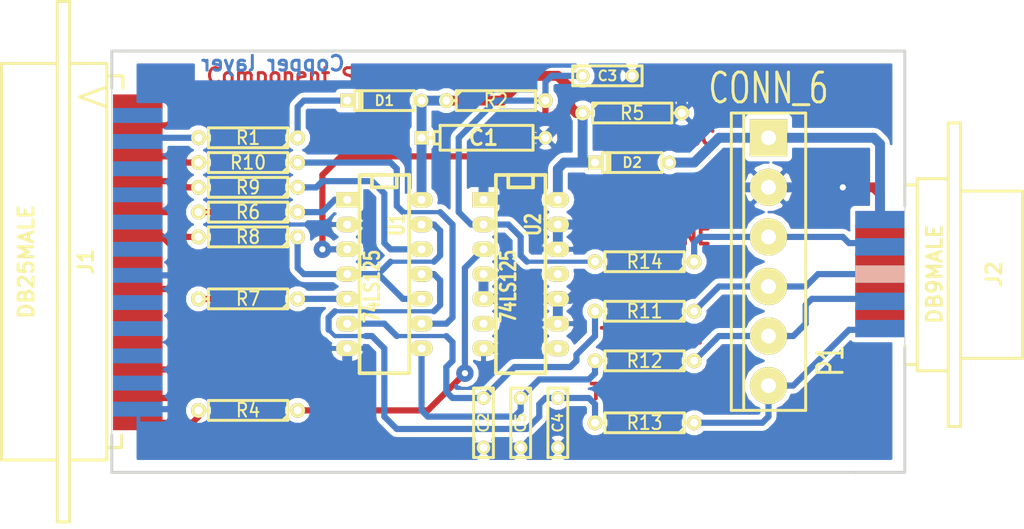
<source format=kicad_pcb>
(kicad_pcb (version 3) (host pcbnew "(2014-01-04 BZR 4608)-product")

  (general
    (links 66)
    (no_connects 0)
    (area 102.717599 67.157599 184.302401 110.642401)
    (thickness 1.6002)
    (drawings 19)
    (tracks 265)
    (zones 0)
    (modules 25)
    (nets 27)
  )

  (page A4)
  (title_block
    (rev 1)
    (company "Kicad Demo")
  )

  (layers
    (15 Dessus signal)
    (0 Dessous signal)
    (16 B.Adhes user)
    (17 F.Adhes user)
    (18 B.Paste user)
    (19 F.Paste user)
    (20 B.SilkS user)
    (21 F.SilkS user)
    (22 B.Mask user)
    (23 F.Mask user)
    (24 Dwgs.User user)
    (25 Cmts.User user)
    (26 Eco1.User user)
    (27 Eco2.User user)
    (28 Edge.Cuts user)
  )

  (setup
    (last_trace_width 0.635)
    (user_trace_width 0.4)
    (user_trace_width 1)
    (trace_clearance 0.254)
    (zone_clearance 0.508)
    (zone_45_only no)
    (trace_min 0.2032)
    (segment_width 0.3)
    (edge_width 0.1)
    (via_size 1.651)
    (via_drill 0.635)
    (via_min_size 0.889)
    (via_min_drill 0.508)
    (uvia_size 0.508)
    (uvia_drill 0.127)
    (uvias_allowed no)
    (uvia_min_size 0.508)
    (uvia_min_drill 0.127)
    (pcb_text_width 0.3048)
    (pcb_text_size 1.5 1.5)
    (mod_edge_width 0.3)
    (mod_text_size 0.3 1.5)
    (mod_text_width 0.3)
    (pad_size 1.5748 2.286)
    (pad_drill 0.8128)
    (pad_to_mask_clearance 0.254)
    (aux_axis_origin 0 0)
    (visible_elements 7FFFFFFF)
    (pcbplotparams
      (layerselection 3178497)
      (usegerberextensions false)
      (excludeedgelayer false)
      (linewidth 0.150000)
      (plotframeref false)
      (viasonmask false)
      (mode 1)
      (useauxorigin false)
      (hpglpennumber 1)
      (hpglpenspeed 20)
      (hpglpendiameter 15)
      (hpglpenoverlay 0)
      (psnegative false)
      (psa4output false)
      (plotreference true)
      (plotvalue true)
      (plotothertext true)
      (plotinvisibletext false)
      (padsonsilk false)
      (subtractmaskfromsilk false)
      (outputformat 1)
      (mirror false)
      (drillshape 1)
      (scaleselection 1)
      (outputdirectory ""))
  )

  (net 0 "")
  (net 1 /CLK-D1)
  (net 2 /CTRL-D3)
  (net 3 /DONE-SELECT*)
  (net 4 /PWR_3,3-5V)
  (net 5 /TCK-CCLK)
  (net 6 /TD0-DONE)
  (net 7 /TD0-PROG-D4)
  (net 8 /TDI-DIN)
  (net 9 /TDI-DIN-D0)
  (net 10 /TMS-PROG)
  (net 11 /TMS-PROG-D2)
  (net 12 /VCC_SENSE-ERROR*)
  (net 13 GND)
  (net 14 N-000008)
  (net 15 N-000014)
  (net 16 N-000015)
  (net 17 N-000016)
  (net 18 N-000030)
  (net 19 N-000031)
  (net 20 N-000032)
  (net 21 N-000033)
  (net 22 N-000034)
  (net 23 N-000035)
  (net 24 N-000036)
  (net 25 N-000038)
  (net 26 VCC)

  (net_class Default "Ceci est la Netclass par défaut"
    (clearance 0.254)
    (trace_width 0.635)
    (via_dia 1.651)
    (via_drill 0.635)
    (uvia_dia 0.508)
    (uvia_drill 0.127)
    (add_net "")
    (add_net /CLK-D1)
    (add_net /CTRL-D3)
    (add_net /DONE-SELECT*)
    (add_net /PWR_3,3-5V)
    (add_net /TCK-CCLK)
    (add_net /TD0-DONE)
    (add_net /TD0-PROG-D4)
    (add_net /TDI-DIN)
    (add_net /TDI-DIN-D0)
    (add_net /TMS-PROG)
    (add_net /TMS-PROG-D2)
    (add_net /VCC_SENSE-ERROR*)
    (add_net GND)
    (add_net N-000008)
    (add_net N-000014)
    (add_net N-000015)
    (add_net N-000016)
    (add_net N-000030)
    (add_net N-000031)
    (add_net N-000032)
    (add_net N-000033)
    (add_net N-000034)
    (add_net N-000035)
    (add_net N-000036)
    (add_net N-000038)
    (add_net VCC)
  )

  (module DB25M_CI (layer Dessus) (tedit 3F9A86C0) (tstamp 3)
    (at 102.87 88.9 90)
    (descr "Connecteur DB25 male couche")
    (tags "CONN DB25")
    (path /3EBF7D04)
    (fp_text reference J1 (at 0 -2.667 270) (layer F.SilkS)
      (effects (font (thickness 0.3048)))
    )
    (fp_text value DB25MALE (at 0 -8.763 270) (layer F.SilkS)
      (effects (font (thickness 0.3048)))
    )
    (fp_line (start 15.875 -0.508) (end 16.891 -3.302) (layer F.SilkS) (width 0.3048))
    (fp_line (start 16.891 -3.302) (end 17.907 -0.508) (layer F.SilkS) (width 0.3048))
    (fp_line (start -26.67 -4.318) (end 26.67 -4.318) (layer F.SilkS) (width 0.3048))
    (fp_line (start 26.67 -5.588) (end -26.67 -5.588) (layer F.SilkS) (width 0.3048))
    (fp_line (start 26.67 -5.588) (end 26.67 -4.318) (layer F.SilkS) (width 0.3048))
    (fp_line (start -26.67 -5.588) (end -26.67 -4.318) (layer F.SilkS) (width 0.3048))
    (fp_line (start 20.32 -0.508) (end -20.32 -0.508) (layer F.SilkS) (width 0.3048))
    (fp_line (start 19.05 -0.508) (end 19.05 1.143) (layer F.SilkS) (width 0.3048))
    (fp_line (start 19.05 1.143) (end 17.78 1.143) (layer F.SilkS) (width 0.3048))
    (fp_line (start -19.05 -0.508) (end -19.05 1.016) (layer F.SilkS) (width 0.3048))
    (fp_line (start -19.05 1.016) (end -17.78 1.016) (layer F.SilkS) (width 0.3048))
    (fp_line (start -20.32 -0.508) (end -20.32 -4.318) (layer F.SilkS) (width 0.3048))
    (fp_line (start 20.32 -4.318) (end 20.32 -0.508) (layer F.SilkS) (width 0.3048))
    (fp_line (start -20.32 -5.588) (end -20.32 -11.303) (layer F.SilkS) (width 0.3048))
    (fp_line (start -20.32 -11.303) (end 20.32 -11.303) (layer F.SilkS) (width 0.3048))
    (fp_line (start 20.32 -11.303) (end 20.32 -5.588) (layer F.SilkS) (width 0.3048))
    (pad 13 connect rect (at -16.51 2.667 180) (size 5.08 1.524) (layers Dessus F.Mask)
      (net 3 /DONE-SELECT*))
    (pad 12 connect rect (at -13.716 2.667 180) (size 5.08 1.524) (layers Dessus F.Mask)
      (net 14 N-000008))
    (pad 11 connect rect (at -11.049 2.667 180) (size 5.08 1.524) (layers Dessus F.Mask)
      (net 14 N-000008))
    (pad 10 connect rect (at -8.255 2.667 180) (size 5.08 1.524) (layers Dessus F.Mask))
    (pad 9 connect rect (at -5.588 2.667 180) (size 5.08 1.524) (layers Dessus F.Mask))
    (pad 8 connect rect (at -2.794 2.667 180) (size 5.08 1.524) (layers Dessus F.Mask)
      (net 14 N-000008))
    (pad 7 connect rect (at 0 2.667 180) (size 5.08 1.524) (layers Dessus F.Mask))
    (pad 6 connect rect (at 2.667 2.667 180) (size 5.08 1.524) (layers Dessus F.Mask)
      (net 7 /TD0-PROG-D4))
    (pad 5 connect rect (at 5.461 2.667 180) (size 5.08 1.524) (layers Dessus F.Mask)
      (net 2 /CTRL-D3))
    (pad 4 connect rect (at 8.128 2.667 180) (size 5.08 1.524) (layers Dessus F.Mask)
      (net 11 /TMS-PROG-D2))
    (pad 3 connect rect (at 10.922 2.667 180) (size 5.08 1.524) (layers Dessus F.Mask)
      (net 1 /CLK-D1))
    (pad 2 connect rect (at 13.716 2.667 180) (size 5.08 1.524) (layers Dessus F.Mask)
      (net 9 /TDI-DIN-D0))
    (pad 1 connect rect (at 16.383 2.667 180) (size 5.08 1.524) (layers Dessus F.Mask))
    (pad 25 connect rect (at -15.113 2.667 180) (size 5.08 1.524) (layers Dessous B.Mask)
      (net 13 GND))
    (pad 24 connect rect (at -12.446 2.667 180) (size 5.08 1.524) (layers Dessous B.Mask))
    (pad 23 connect rect (at -9.652 2.667 180) (size 5.08 1.524) (layers Dessous B.Mask))
    (pad 22 connect rect (at -6.858 2.667 180) (size 5.08 1.524) (layers Dessous B.Mask))
    (pad 21 connect rect (at -4.191 2.667 180) (size 5.08 1.524) (layers Dessous B.Mask))
    (pad 20 connect rect (at -1.397 2.667 180) (size 5.08 1.524) (layers Dessous B.Mask)
      (net 13 GND))
    (pad 19 connect rect (at 1.27 2.667 180) (size 5.08 1.524) (layers Dessous B.Mask))
    (pad 18 connect rect (at 4.064 2.667 180) (size 5.08 1.524) (layers Dessous B.Mask))
    (pad 17 connect rect (at 6.858 2.667 180) (size 5.08 1.524) (layers Dessous B.Mask))
    (pad 16 connect rect (at 9.525 2.667 180) (size 5.08 1.524) (layers Dessous B.Mask))
    (pad 15 connect rect (at 12.319 2.667 180) (size 5.08 1.524) (layers Dessous B.Mask)
      (net 12 /VCC_SENSE-ERROR*))
    (pad 14 connect rect (at 14.986 2.667 180) (size 5.08 1.524) (layers Dessous B.Mask))
    (model conn_DBxx/db25_male.wrl
      (at (xyz 0 0 -0.033))
      (scale (xyz 0.98 1 1))
      (rotate (xyz 90 180 0))
    )
  )

  (module bornier6 (layer Dessus) (tedit 41F667CA) (tstamp 3)
    (at 170.18 88.9 270)
    (descr "Bornier d'alimentation 4 pins")
    (tags DEV)
    (path /3EBF830C)
    (fp_text reference P1 (at 10.16 -6.35 270) (layer F.SilkS)
      (effects (font (size 2.6162 1.59766) (thickness 0.3048)))
    )
    (fp_text value CONN_6 (at -17.78 0 360) (layer F.SilkS)
      (effects (font (size 3.05054 2.0955) (thickness 0.3048)))
    )
    (fp_line (start -15.24 -3.81) (end -15.24 3.81) (layer F.SilkS) (width 0.3048))
    (fp_line (start 15.24 3.81) (end 15.24 -3.81) (layer F.SilkS) (width 0.3048))
    (fp_line (start -15.24 2.54) (end 15.24 2.54) (layer F.SilkS) (width 0.3048))
    (fp_line (start -15.24 -3.81) (end 15.24 -3.81) (layer F.SilkS) (width 0.3048))
    (fp_line (start -15.24 3.81) (end 15.24 3.81) (layer F.SilkS) (width 0.3048))
    (pad 2 thru_hole circle (at -7.62 0 270) (size 3.81 3.81) (drill 1.524) (layers *.Cu *.Mask F.SilkS)
      (net 13 GND))
    (pad 3 thru_hole circle (at -2.54 0 270) (size 3.81 3.81) (drill 1.524) (layers *.Cu *.Mask F.SilkS)
      (net 6 /TD0-DONE))
    (pad 1 thru_hole rect (at -12.7 0 270) (size 3.81 3.81) (drill 1.524) (layers *.Cu *.Mask F.SilkS)
      (net 4 /PWR_3,3-5V))
    (pad 4 thru_hole circle (at 2.54 0 270) (size 3.81 3.81) (drill 1.524) (layers *.Cu *.Mask F.SilkS)
      (net 8 /TDI-DIN))
    (pad 5 thru_hole circle (at 7.62 0 270) (size 3.81 3.81) (drill 1.524) (layers *.Cu *.Mask F.SilkS)
      (net 5 /TCK-CCLK))
    (pad 6 thru_hole circle (at 12.7 0 270) (size 3.81 3.81) (drill 1.524) (layers *.Cu *.Mask F.SilkS)
      (net 10 /TMS-PROG))
    (model device/bornier_6.wrl
      (at (xyz 0 0 0))
      (scale (xyz 1 1 1))
      (rotate (xyz 0 0 0))
    )
  )

  (module R4 (layer Dessus) (tedit 200000) (tstamp 3)
    (at 142.24 72.39)
    (descr "Resitance 4 pas")
    (tags R)
    (path /3EBF8187)
    (autoplace_cost180 10)
    (fp_text reference R2 (at 0 0) (layer F.SilkS)
      (effects (font (size 1.397 1.27) (thickness 0.2032)))
    )
    (fp_text value 5,1K (at 0 0) (layer F.SilkS) hide
      (effects (font (size 1.397 1.27) (thickness 0.2032)))
    )
    (fp_line (start -5.08 0) (end -4.064 0) (layer F.SilkS) (width 0.3048))
    (fp_line (start -4.064 0) (end -4.064 -1.016) (layer F.SilkS) (width 0.3048))
    (fp_line (start -4.064 -1.016) (end 4.064 -1.016) (layer F.SilkS) (width 0.3048))
    (fp_line (start 4.064 -1.016) (end 4.064 1.016) (layer F.SilkS) (width 0.3048))
    (fp_line (start 4.064 1.016) (end -4.064 1.016) (layer F.SilkS) (width 0.3048))
    (fp_line (start -4.064 1.016) (end -4.064 0) (layer F.SilkS) (width 0.3048))
    (fp_line (start -4.064 -0.508) (end -3.556 -1.016) (layer F.SilkS) (width 0.3048))
    (fp_line (start 5.08 0) (end 4.064 0) (layer F.SilkS) (width 0.3048))
    (pad 1 thru_hole circle (at -5.08 0) (size 1.524 1.524) (drill 0.8128) (layers *.Cu *.Mask F.SilkS)
      (net 26 VCC))
    (pad 2 thru_hole circle (at 5.08 0) (size 1.524 1.524) (drill 0.8128) (layers *.Cu *.Mask F.SilkS)
      (net 25 N-000038))
    (model discret/resistor.wrl
      (at (xyz 0 0 0))
      (scale (xyz 0.4 0.4 0.4))
      (rotate (xyz 0 0 0))
    )
  )

  (module R4 (layer Dessus) (tedit 200000) (tstamp 3)
    (at 116.84 76.2 180)
    (descr "Resitance 4 pas")
    (tags R)
    (path /3EBF7D16)
    (autoplace_cost180 10)
    (fp_text reference R1 (at 0 0 180) (layer F.SilkS)
      (effects (font (size 1.397 1.27) (thickness 0.2032)))
    )
    (fp_text value 100 (at 0 0 180) (layer F.SilkS) hide
      (effects (font (size 1.397 1.27) (thickness 0.2032)))
    )
    (fp_line (start -5.08 0) (end -4.064 0) (layer F.SilkS) (width 0.3048))
    (fp_line (start -4.064 0) (end -4.064 -1.016) (layer F.SilkS) (width 0.3048))
    (fp_line (start -4.064 -1.016) (end 4.064 -1.016) (layer F.SilkS) (width 0.3048))
    (fp_line (start 4.064 -1.016) (end 4.064 1.016) (layer F.SilkS) (width 0.3048))
    (fp_line (start 4.064 1.016) (end -4.064 1.016) (layer F.SilkS) (width 0.3048))
    (fp_line (start -4.064 1.016) (end -4.064 0) (layer F.SilkS) (width 0.3048))
    (fp_line (start -4.064 -0.508) (end -3.556 -1.016) (layer F.SilkS) (width 0.3048))
    (fp_line (start 5.08 0) (end 4.064 0) (layer F.SilkS) (width 0.3048))
    (pad 1 thru_hole circle (at -5.08 0 180) (size 1.524 1.524) (drill 0.8128) (layers *.Cu *.Mask F.SilkS)
      (net 15 N-000014))
    (pad 2 thru_hole circle (at 5.08 0 180) (size 1.524 1.524) (drill 0.8128) (layers *.Cu *.Mask F.SilkS)
      (net 12 /VCC_SENSE-ERROR*))
    (model discret/resistor.wrl
      (at (xyz 0 0 0))
      (scale (xyz 0.4 0.4 0.4))
      (rotate (xyz 0 0 0))
    )
  )

  (module R4 (layer Dessus) (tedit 200000) (tstamp 3)
    (at 157.48 88.9 180)
    (descr "Resitance 4 pas")
    (tags R)
    (path /3EBF819B)
    (autoplace_cost180 10)
    (fp_text reference R14 (at 0 0 180) (layer F.SilkS)
      (effects (font (size 1.397 1.27) (thickness 0.2032)))
    )
    (fp_text value 100 (at 0 0 180) (layer F.SilkS) hide
      (effects (font (size 1.397 1.27) (thickness 0.2032)))
    )
    (fp_line (start -5.08 0) (end -4.064 0) (layer F.SilkS) (width 0.3048))
    (fp_line (start -4.064 0) (end -4.064 -1.016) (layer F.SilkS) (width 0.3048))
    (fp_line (start -4.064 -1.016) (end 4.064 -1.016) (layer F.SilkS) (width 0.3048))
    (fp_line (start 4.064 -1.016) (end 4.064 1.016) (layer F.SilkS) (width 0.3048))
    (fp_line (start 4.064 1.016) (end -4.064 1.016) (layer F.SilkS) (width 0.3048))
    (fp_line (start -4.064 1.016) (end -4.064 0) (layer F.SilkS) (width 0.3048))
    (fp_line (start -4.064 -0.508) (end -3.556 -1.016) (layer F.SilkS) (width 0.3048))
    (fp_line (start 5.08 0) (end 4.064 0) (layer F.SilkS) (width 0.3048))
    (pad 1 thru_hole circle (at -5.08 0 180) (size 1.524 1.524) (drill 0.8128) (layers *.Cu *.Mask F.SilkS)
      (net 6 /TD0-DONE))
    (pad 2 thru_hole circle (at 5.08 0 180) (size 1.524 1.524) (drill 0.8128) (layers *.Cu *.Mask F.SilkS)
      (net 25 N-000038))
    (model discret/resistor.wrl
      (at (xyz 0 0 0))
      (scale (xyz 0.4 0.4 0.4))
      (rotate (xyz 0 0 0))
    )
  )

  (module R4 (layer Dessus) (tedit 200000) (tstamp 3)
    (at 156.21 73.66)
    (descr "Resitance 4 pas")
    (tags R)
    (path /3EBF818E)
    (autoplace_cost180 10)
    (fp_text reference R5 (at 0 0) (layer F.SilkS)
      (effects (font (size 1.397 1.27) (thickness 0.2032)))
    )
    (fp_text value 1K (at 0 0) (layer F.SilkS) hide
      (effects (font (size 1.397 1.27) (thickness 0.2032)))
    )
    (fp_line (start -5.08 0) (end -4.064 0) (layer F.SilkS) (width 0.3048))
    (fp_line (start -4.064 0) (end -4.064 -1.016) (layer F.SilkS) (width 0.3048))
    (fp_line (start -4.064 -1.016) (end 4.064 -1.016) (layer F.SilkS) (width 0.3048))
    (fp_line (start 4.064 -1.016) (end 4.064 1.016) (layer F.SilkS) (width 0.3048))
    (fp_line (start 4.064 1.016) (end -4.064 1.016) (layer F.SilkS) (width 0.3048))
    (fp_line (start -4.064 1.016) (end -4.064 0) (layer F.SilkS) (width 0.3048))
    (fp_line (start -4.064 -0.508) (end -3.556 -1.016) (layer F.SilkS) (width 0.3048))
    (fp_line (start 5.08 0) (end 4.064 0) (layer F.SilkS) (width 0.3048))
    (pad 1 thru_hole circle (at -5.08 0) (size 1.524 1.524) (drill 0.8128) (layers *.Cu *.Mask F.SilkS)
      (net 26 VCC))
    (pad 2 thru_hole circle (at 5.08 0) (size 1.524 1.524) (drill 0.8128) (layers *.Cu *.Mask F.SilkS)
      (net 13 GND))
    (model discret/resistor.wrl
      (at (xyz 0 0 0))
      (scale (xyz 0.4 0.4 0.4))
      (rotate (xyz 0 0 0))
    )
  )

  (module R4 (layer Dessus) (tedit 200000) (tstamp 3)
    (at 116.84 83.82 180)
    (descr "Resitance 4 pas")
    (tags R)
    (path /3EBF7D26)
    (autoplace_cost180 10)
    (fp_text reference R6 (at 0 0 180) (layer F.SilkS)
      (effects (font (size 1.397 1.27) (thickness 0.2032)))
    )
    (fp_text value 100 (at 0 0 180) (layer F.SilkS) hide
      (effects (font (size 1.397 1.27) (thickness 0.2032)))
    )
    (fp_line (start -5.08 0) (end -4.064 0) (layer F.SilkS) (width 0.3048))
    (fp_line (start -4.064 0) (end -4.064 -1.016) (layer F.SilkS) (width 0.3048))
    (fp_line (start -4.064 -1.016) (end 4.064 -1.016) (layer F.SilkS) (width 0.3048))
    (fp_line (start 4.064 -1.016) (end 4.064 1.016) (layer F.SilkS) (width 0.3048))
    (fp_line (start 4.064 1.016) (end -4.064 1.016) (layer F.SilkS) (width 0.3048))
    (fp_line (start -4.064 1.016) (end -4.064 0) (layer F.SilkS) (width 0.3048))
    (fp_line (start -4.064 -0.508) (end -3.556 -1.016) (layer F.SilkS) (width 0.3048))
    (fp_line (start 5.08 0) (end 4.064 0) (layer F.SilkS) (width 0.3048))
    (pad 1 thru_hole circle (at -5.08 0 180) (size 1.524 1.524) (drill 0.8128) (layers *.Cu *.Mask F.SilkS)
      (net 19 N-000031))
    (pad 2 thru_hole circle (at 5.08 0 180) (size 1.524 1.524) (drill 0.8128) (layers *.Cu *.Mask F.SilkS)
      (net 7 /TD0-PROG-D4))
    (model discret/resistor.wrl
      (at (xyz 0 0 0))
      (scale (xyz 0.4 0.4 0.4))
      (rotate (xyz 0 0 0))
    )
  )

  (module R4 (layer Dessus) (tedit 200000) (tstamp 3)
    (at 116.84 92.71 180)
    (descr "Resitance 4 pas")
    (tags R)
    (path /4D52807F)
    (autoplace_cost180 10)
    (fp_text reference R7 (at 0 0 180) (layer F.SilkS)
      (effects (font (size 1.397 1.27) (thickness 0.2032)))
    )
    (fp_text value 100 (at 0 0 180) (layer F.SilkS) hide
      (effects (font (size 1.397 1.27) (thickness 0.2032)))
    )
    (fp_line (start -5.08 0) (end -4.064 0) (layer F.SilkS) (width 0.3048))
    (fp_line (start -4.064 0) (end -4.064 -1.016) (layer F.SilkS) (width 0.3048))
    (fp_line (start -4.064 -1.016) (end 4.064 -1.016) (layer F.SilkS) (width 0.3048))
    (fp_line (start 4.064 -1.016) (end 4.064 1.016) (layer F.SilkS) (width 0.3048))
    (fp_line (start 4.064 1.016) (end -4.064 1.016) (layer F.SilkS) (width 0.3048))
    (fp_line (start -4.064 1.016) (end -4.064 0) (layer F.SilkS) (width 0.3048))
    (fp_line (start -4.064 -0.508) (end -3.556 -1.016) (layer F.SilkS) (width 0.3048))
    (fp_line (start 5.08 0) (end 4.064 0) (layer F.SilkS) (width 0.3048))
    (pad 1 thru_hole circle (at -5.08 0 180) (size 1.524 1.524) (drill 0.8128) (layers *.Cu *.Mask F.SilkS)
      (net 17 N-000016))
    (pad 2 thru_hole circle (at 5.08 0 180) (size 1.524 1.524) (drill 0.8128) (layers *.Cu *.Mask F.SilkS)
      (net 9 /TDI-DIN-D0))
    (model discret/resistor.wrl
      (at (xyz 0 0 0))
      (scale (xyz 0.4 0.4 0.4))
      (rotate (xyz 0 0 0))
    )
  )

  (module R4 (layer Dessus) (tedit 200000) (tstamp 3)
    (at 116.84 86.36 180)
    (descr "Resitance 4 pas")
    (tags R)
    (path /4D528080)
    (autoplace_cost180 10)
    (fp_text reference R8 (at 0 0 180) (layer F.SilkS)
      (effects (font (size 1.397 1.27) (thickness 0.2032)))
    )
    (fp_text value 100 (at 0 0 180) (layer F.SilkS) hide
      (effects (font (size 1.397 1.27) (thickness 0.2032)))
    )
    (fp_line (start -5.08 0) (end -4.064 0) (layer F.SilkS) (width 0.3048))
    (fp_line (start -4.064 0) (end -4.064 -1.016) (layer F.SilkS) (width 0.3048))
    (fp_line (start -4.064 -1.016) (end 4.064 -1.016) (layer F.SilkS) (width 0.3048))
    (fp_line (start 4.064 -1.016) (end 4.064 1.016) (layer F.SilkS) (width 0.3048))
    (fp_line (start 4.064 1.016) (end -4.064 1.016) (layer F.SilkS) (width 0.3048))
    (fp_line (start -4.064 1.016) (end -4.064 0) (layer F.SilkS) (width 0.3048))
    (fp_line (start -4.064 -0.508) (end -3.556 -1.016) (layer F.SilkS) (width 0.3048))
    (fp_line (start 5.08 0) (end 4.064 0) (layer F.SilkS) (width 0.3048))
    (pad 1 thru_hole circle (at -5.08 0 180) (size 1.524 1.524) (drill 0.8128) (layers *.Cu *.Mask F.SilkS)
      (net 21 N-000033))
    (pad 2 thru_hole circle (at 5.08 0 180) (size 1.524 1.524) (drill 0.8128) (layers *.Cu *.Mask F.SilkS)
      (net 2 /CTRL-D3))
    (model discret/resistor.wrl
      (at (xyz 0 0 0))
      (scale (xyz 0.4 0.4 0.4))
      (rotate (xyz 0 0 0))
    )
  )

  (module R4 (layer Dessus) (tedit 200000) (tstamp 3)
    (at 116.84 81.28 180)
    (descr "Resitance 4 pas")
    (tags R)
    (path /3EBF7D33)
    (autoplace_cost180 10)
    (fp_text reference R9 (at 0 0 180) (layer F.SilkS)
      (effects (font (size 1.397 1.27) (thickness 0.2032)))
    )
    (fp_text value 100 (at 0 0 180) (layer F.SilkS) hide
      (effects (font (size 1.397 1.27) (thickness 0.2032)))
    )
    (fp_line (start -5.08 0) (end -4.064 0) (layer F.SilkS) (width 0.3048))
    (fp_line (start -4.064 0) (end -4.064 -1.016) (layer F.SilkS) (width 0.3048))
    (fp_line (start -4.064 -1.016) (end 4.064 -1.016) (layer F.SilkS) (width 0.3048))
    (fp_line (start 4.064 -1.016) (end 4.064 1.016) (layer F.SilkS) (width 0.3048))
    (fp_line (start 4.064 1.016) (end -4.064 1.016) (layer F.SilkS) (width 0.3048))
    (fp_line (start -4.064 1.016) (end -4.064 0) (layer F.SilkS) (width 0.3048))
    (fp_line (start -4.064 -0.508) (end -3.556 -1.016) (layer F.SilkS) (width 0.3048))
    (fp_line (start 5.08 0) (end 4.064 0) (layer F.SilkS) (width 0.3048))
    (pad 1 thru_hole circle (at -5.08 0 180) (size 1.524 1.524) (drill 0.8128) (layers *.Cu *.Mask F.SilkS)
      (net 20 N-000032))
    (pad 2 thru_hole circle (at 5.08 0 180) (size 1.524 1.524) (drill 0.8128) (layers *.Cu *.Mask F.SilkS)
      (net 11 /TMS-PROG-D2))
    (model discret/resistor.wrl
      (at (xyz 0 0 0))
      (scale (xyz 0.4 0.4 0.4))
      (rotate (xyz 0 0 0))
    )
  )

  (module R4 (layer Dessus) (tedit 200000) (tstamp 3)
    (at 116.84 78.74 180)
    (descr "Resitance 4 pas")
    (tags R)
    (path /3EBF7D31)
    (autoplace_cost180 10)
    (fp_text reference R10 (at 0 0 180) (layer F.SilkS)
      (effects (font (size 1.397 1.27) (thickness 0.2032)))
    )
    (fp_text value 100 (at 0 0 180) (layer F.SilkS) hide
      (effects (font (size 1.397 1.27) (thickness 0.2032)))
    )
    (fp_line (start -5.08 0) (end -4.064 0) (layer F.SilkS) (width 0.3048))
    (fp_line (start -4.064 0) (end -4.064 -1.016) (layer F.SilkS) (width 0.3048))
    (fp_line (start -4.064 -1.016) (end 4.064 -1.016) (layer F.SilkS) (width 0.3048))
    (fp_line (start 4.064 -1.016) (end 4.064 1.016) (layer F.SilkS) (width 0.3048))
    (fp_line (start 4.064 1.016) (end -4.064 1.016) (layer F.SilkS) (width 0.3048))
    (fp_line (start -4.064 1.016) (end -4.064 0) (layer F.SilkS) (width 0.3048))
    (fp_line (start -4.064 -0.508) (end -3.556 -1.016) (layer F.SilkS) (width 0.3048))
    (fp_line (start 5.08 0) (end 4.064 0) (layer F.SilkS) (width 0.3048))
    (pad 1 thru_hole circle (at -5.08 0 180) (size 1.524 1.524) (drill 0.8128) (layers *.Cu *.Mask F.SilkS)
      (net 18 N-000030))
    (pad 2 thru_hole circle (at 5.08 0 180) (size 1.524 1.524) (drill 0.8128) (layers *.Cu *.Mask F.SilkS)
      (net 1 /CLK-D1))
    (model discret/resistor.wrl
      (at (xyz 0 0 0))
      (scale (xyz 0.4 0.4 0.4))
      (rotate (xyz 0 0 0))
    )
  )

  (module R4 (layer Dessus) (tedit 200000) (tstamp 3)
    (at 157.48 93.98 180)
    (descr "Resitance 4 pas")
    (tags R)
    (path /4D527316)
    (autoplace_cost180 10)
    (fp_text reference R11 (at 0 0 180) (layer F.SilkS)
      (effects (font (size 1.397 1.27) (thickness 0.2032)))
    )
    (fp_text value 100 (at 0 0 180) (layer F.SilkS) hide
      (effects (font (size 1.397 1.27) (thickness 0.2032)))
    )
    (fp_line (start -5.08 0) (end -4.064 0) (layer F.SilkS) (width 0.3048))
    (fp_line (start -4.064 0) (end -4.064 -1.016) (layer F.SilkS) (width 0.3048))
    (fp_line (start -4.064 -1.016) (end 4.064 -1.016) (layer F.SilkS) (width 0.3048))
    (fp_line (start 4.064 -1.016) (end 4.064 1.016) (layer F.SilkS) (width 0.3048))
    (fp_line (start 4.064 1.016) (end -4.064 1.016) (layer F.SilkS) (width 0.3048))
    (fp_line (start -4.064 1.016) (end -4.064 0) (layer F.SilkS) (width 0.3048))
    (fp_line (start -4.064 -0.508) (end -3.556 -1.016) (layer F.SilkS) (width 0.3048))
    (fp_line (start 5.08 0) (end 4.064 0) (layer F.SilkS) (width 0.3048))
    (pad 1 thru_hole circle (at -5.08 0 180) (size 1.524 1.524) (drill 0.8128) (layers *.Cu *.Mask F.SilkS)
      (net 8 /TDI-DIN))
    (pad 2 thru_hole circle (at 5.08 0 180) (size 1.524 1.524) (drill 0.8128) (layers *.Cu *.Mask F.SilkS)
      (net 23 N-000035))
    (model discret/resistor.wrl
      (at (xyz 0 0 0))
      (scale (xyz 0.4 0.4 0.4))
      (rotate (xyz 0 0 0))
    )
  )

  (module R4 (layer Dessus) (tedit 200000) (tstamp 3)
    (at 157.48 99.06 180)
    (descr "Resitance 4 pas")
    (tags R)
    (path /4D528083)
    (autoplace_cost180 10)
    (fp_text reference R12 (at 0 0 180) (layer F.SilkS)
      (effects (font (size 1.397 1.27) (thickness 0.2032)))
    )
    (fp_text value 100 (at 0 0 180) (layer F.SilkS) hide
      (effects (font (size 1.397 1.27) (thickness 0.2032)))
    )
    (fp_line (start -5.08 0) (end -4.064 0) (layer F.SilkS) (width 0.3048))
    (fp_line (start -4.064 0) (end -4.064 -1.016) (layer F.SilkS) (width 0.3048))
    (fp_line (start -4.064 -1.016) (end 4.064 -1.016) (layer F.SilkS) (width 0.3048))
    (fp_line (start 4.064 -1.016) (end 4.064 1.016) (layer F.SilkS) (width 0.3048))
    (fp_line (start 4.064 1.016) (end -4.064 1.016) (layer F.SilkS) (width 0.3048))
    (fp_line (start -4.064 1.016) (end -4.064 0) (layer F.SilkS) (width 0.3048))
    (fp_line (start -4.064 -0.508) (end -3.556 -1.016) (layer F.SilkS) (width 0.3048))
    (fp_line (start 5.08 0) (end 4.064 0) (layer F.SilkS) (width 0.3048))
    (pad 1 thru_hole circle (at -5.08 0 180) (size 1.524 1.524) (drill 0.8128) (layers *.Cu *.Mask F.SilkS)
      (net 5 /TCK-CCLK))
    (pad 2 thru_hole circle (at 5.08 0 180) (size 1.524 1.524) (drill 0.8128) (layers *.Cu *.Mask F.SilkS)
      (net 24 N-000036))
    (model discret/resistor.wrl
      (at (xyz 0 0 0))
      (scale (xyz 0.4 0.4 0.4))
      (rotate (xyz 0 0 0))
    )
  )

  (module R4 (layer Dessus) (tedit 200000) (tstamp 3)
    (at 157.48 105.41 180)
    (descr "Resitance 4 pas")
    (tags R)
    (path /4D528082)
    (autoplace_cost180 10)
    (fp_text reference R13 (at 0 0 180) (layer F.SilkS)
      (effects (font (size 1.397 1.27) (thickness 0.2032)))
    )
    (fp_text value 100 (at 0 0 180) (layer F.SilkS) hide
      (effects (font (size 1.397 1.27) (thickness 0.2032)))
    )
    (fp_line (start -5.08 0) (end -4.064 0) (layer F.SilkS) (width 0.3048))
    (fp_line (start -4.064 0) (end -4.064 -1.016) (layer F.SilkS) (width 0.3048))
    (fp_line (start -4.064 -1.016) (end 4.064 -1.016) (layer F.SilkS) (width 0.3048))
    (fp_line (start 4.064 -1.016) (end 4.064 1.016) (layer F.SilkS) (width 0.3048))
    (fp_line (start 4.064 1.016) (end -4.064 1.016) (layer F.SilkS) (width 0.3048))
    (fp_line (start -4.064 1.016) (end -4.064 0) (layer F.SilkS) (width 0.3048))
    (fp_line (start -4.064 -0.508) (end -3.556 -1.016) (layer F.SilkS) (width 0.3048))
    (fp_line (start 5.08 0) (end 4.064 0) (layer F.SilkS) (width 0.3048))
    (pad 1 thru_hole circle (at -5.08 0 180) (size 1.524 1.524) (drill 0.8128) (layers *.Cu *.Mask F.SilkS)
      (net 10 /TMS-PROG))
    (pad 2 thru_hole circle (at 5.08 0 180) (size 1.524 1.524) (drill 0.8128) (layers *.Cu *.Mask F.SilkS)
      (net 22 N-000034))
    (model discret/resistor.wrl
      (at (xyz 0 0 0))
      (scale (xyz 0.4 0.4 0.4))
      (rotate (xyz 0 0 0))
    )
  )

  (module R4 (layer Dessus) (tedit 200000) (tstamp 3)
    (at 116.84 104.14 180)
    (descr "Resitance 4 pas")
    (tags R)
    (path /3EBF7D22)
    (autoplace_cost180 10)
    (fp_text reference R4 (at 0 0 180) (layer F.SilkS)
      (effects (font (size 1.397 1.27) (thickness 0.2032)))
    )
    (fp_text value 47 (at 0 0 180) (layer F.SilkS) hide
      (effects (font (size 1.397 1.27) (thickness 0.2032)))
    )
    (fp_line (start -5.08 0) (end -4.064 0) (layer F.SilkS) (width 0.3048))
    (fp_line (start -4.064 0) (end -4.064 -1.016) (layer F.SilkS) (width 0.3048))
    (fp_line (start -4.064 -1.016) (end 4.064 -1.016) (layer F.SilkS) (width 0.3048))
    (fp_line (start 4.064 -1.016) (end 4.064 1.016) (layer F.SilkS) (width 0.3048))
    (fp_line (start 4.064 1.016) (end -4.064 1.016) (layer F.SilkS) (width 0.3048))
    (fp_line (start -4.064 1.016) (end -4.064 0) (layer F.SilkS) (width 0.3048))
    (fp_line (start -4.064 -0.508) (end -3.556 -1.016) (layer F.SilkS) (width 0.3048))
    (fp_line (start 5.08 0) (end 4.064 0) (layer F.SilkS) (width 0.3048))
    (pad 1 thru_hole circle (at -5.08 0 180) (size 1.524 1.524) (drill 0.8128) (layers *.Cu *.Mask F.SilkS)
      (net 16 N-000015))
    (pad 2 thru_hole circle (at 5.08 0 180) (size 1.524 1.524) (drill 0.8128) (layers *.Cu *.Mask F.SilkS)
      (net 3 /DONE-SELECT*))
    (model discret/resistor.wrl
      (at (xyz 0 0 0))
      (scale (xyz 0.4 0.4 0.4))
      (rotate (xyz 0 0 0))
    )
  )

  (module CP5 (layer Dessus) (tedit 200000) (tstamp 3)
    (at 140.97 76.2)
    (descr "Condensateur polarise")
    (tags CP)
    (path /3EBF82C6)
    (fp_text reference C1 (at 0 0) (layer F.SilkS)
      (effects (font (thickness 0.3048)))
    )
    (fp_text value 1uF (at 0 0) (layer F.SilkS) hide
      (effects (font (size 1.524 1.3335) (thickness 0.3048)))
    )
    (fp_line (start -4.445 -1.27) (end -4.445 -1.27) (layer F.SilkS) (width 0.3048))
    (fp_line (start -4.445 -1.27) (end -4.445 -1.27) (layer F.SilkS) (width 0.3048))
    (fp_line (start -4.445 -1.27) (end -4.445 -1.27) (layer F.SilkS) (width 0.3048))
    (fp_line (start -4.445 -1.27) (end 5.08 -1.27) (layer F.SilkS) (width 0.3048))
    (fp_line (start 5.08 -1.27) (end 5.08 1.27) (layer F.SilkS) (width 0.3048))
    (fp_line (start 5.08 1.27) (end -4.445 1.27) (layer F.SilkS) (width 0.3048))
    (fp_line (start -4.445 1.27) (end -4.445 -1.27) (layer F.SilkS) (width 0.3048))
    (fp_line (start -4.445 -0.635) (end -4.445 -0.635) (layer F.SilkS) (width 0.3048))
    (fp_line (start -4.445 -0.635) (end -5.08 -0.635) (layer F.SilkS) (width 0.3048))
    (fp_line (start -5.08 -0.635) (end -5.08 0.635) (layer F.SilkS) (width 0.3048))
    (fp_line (start -5.08 0.635) (end -4.445 0.635) (layer F.SilkS) (width 0.3048))
    (fp_line (start -6.35 0) (end -6.35 0) (layer F.SilkS) (width 0.3048))
    (fp_line (start -6.35 0) (end -5.08 0) (layer F.SilkS) (width 0.3048))
    (fp_line (start -5.08 0) (end -5.08 0) (layer F.SilkS) (width 0.3048))
    (fp_line (start -5.08 0) (end -5.08 0) (layer F.SilkS) (width 0.3048))
    (fp_line (start 5.08 0) (end 5.08 0) (layer F.SilkS) (width 0.3048))
    (fp_line (start 5.08 0) (end 5.08 0) (layer F.SilkS) (width 0.3048))
    (fp_line (start 5.08 0) (end 6.35 0) (layer F.SilkS) (width 0.3048))
    (fp_line (start 6.35 0) (end 6.35 0) (layer F.SilkS) (width 0.3048))
    (fp_line (start 6.35 0) (end 6.35 0) (layer F.SilkS) (width 0.3048))
    (fp_line (start 6.35 0) (end 6.35 0) (layer F.SilkS) (width 0.3048))
    (pad 1 thru_hole rect (at -6.35 0) (size 1.397 1.397) (drill 0.8128) (layers *.Cu *.Mask F.SilkS)
      (net 26 VCC))
    (pad 2 thru_hole circle (at 6.35 0) (size 1.397 1.397) (drill 0.8128) (layers *.Cu *.Mask F.SilkS)
      (net 13 GND))
    (model discret/c_pol.wrl
      (at (xyz 0 0 0))
      (scale (xyz 0.5 0.5 0.5))
      (rotate (xyz 0 0 0))
    )
  )

  (module D3 (layer Dessus) (tedit 200000) (tstamp 3)
    (at 156.21 78.74 180)
    (descr "Diode 3 pas")
    (tags "DIODE DEV")
    (path /3EBF8176)
    (fp_text reference D2 (at 0 0 180) (layer F.SilkS)
      (effects (font (size 1.016 1.016) (thickness 0.2032)))
    )
    (fp_text value BAT46 (at 0 0 180) (layer F.SilkS) hide
      (effects (font (size 1.016 1.016) (thickness 0.2032)))
    )
    (fp_line (start 3.81 0) (end 3.048 0) (layer F.SilkS) (width 0.3048))
    (fp_line (start 3.048 0) (end 3.048 -1.016) (layer F.SilkS) (width 0.3048))
    (fp_line (start 3.048 -1.016) (end -3.048 -1.016) (layer F.SilkS) (width 0.3048))
    (fp_line (start -3.048 -1.016) (end -3.048 0) (layer F.SilkS) (width 0.3048))
    (fp_line (start -3.048 0) (end -3.81 0) (layer F.SilkS) (width 0.3048))
    (fp_line (start -3.048 0) (end -3.048 1.016) (layer F.SilkS) (width 0.3048))
    (fp_line (start -3.048 1.016) (end 3.048 1.016) (layer F.SilkS) (width 0.3048))
    (fp_line (start 3.048 1.016) (end 3.048 0) (layer F.SilkS) (width 0.3048))
    (fp_line (start 2.54 -1.016) (end 2.54 1.016) (layer F.SilkS) (width 0.3048))
    (fp_line (start 2.286 1.016) (end 2.286 -1.016) (layer F.SilkS) (width 0.3048))
    (pad 2 thru_hole rect (at 3.81 0 180) (size 1.397 1.397) (drill 0.8128) (layers *.Cu *.Mask F.SilkS)
      (net 26 VCC))
    (pad 1 thru_hole circle (at -3.81 0 180) (size 1.397 1.397) (drill 0.8128) (layers *.Cu *.Mask F.SilkS)
      (net 4 /PWR_3,3-5V))
    (model discret/diode.wrl
      (at (xyz 0 0 0))
      (scale (xyz 0.3 0.3 0.3))
      (rotate (xyz 0 0 0))
    )
  )

  (module D3 (layer Dessus) (tedit 200000) (tstamp 3)
    (at 130.81 72.39 180)
    (descr "Diode 3 pas")
    (tags "DIODE DEV")
    (path /3EBF815E)
    (fp_text reference D1 (at 0 0 180) (layer F.SilkS)
      (effects (font (size 1.016 1.016) (thickness 0.2032)))
    )
    (fp_text value BAT46 (at 0 0 180) (layer F.SilkS) hide
      (effects (font (size 1.016 1.016) (thickness 0.2032)))
    )
    (fp_line (start 3.81 0) (end 3.048 0) (layer F.SilkS) (width 0.3048))
    (fp_line (start 3.048 0) (end 3.048 -1.016) (layer F.SilkS) (width 0.3048))
    (fp_line (start 3.048 -1.016) (end -3.048 -1.016) (layer F.SilkS) (width 0.3048))
    (fp_line (start -3.048 -1.016) (end -3.048 0) (layer F.SilkS) (width 0.3048))
    (fp_line (start -3.048 0) (end -3.81 0) (layer F.SilkS) (width 0.3048))
    (fp_line (start -3.048 0) (end -3.048 1.016) (layer F.SilkS) (width 0.3048))
    (fp_line (start -3.048 1.016) (end 3.048 1.016) (layer F.SilkS) (width 0.3048))
    (fp_line (start 3.048 1.016) (end 3.048 0) (layer F.SilkS) (width 0.3048))
    (fp_line (start 2.54 -1.016) (end 2.54 1.016) (layer F.SilkS) (width 0.3048))
    (fp_line (start 2.286 1.016) (end 2.286 -1.016) (layer F.SilkS) (width 0.3048))
    (pad 2 thru_hole rect (at 3.81 0 180) (size 1.397 1.397) (drill 0.8128) (layers *.Cu *.Mask F.SilkS)
      (net 15 N-000014))
    (pad 1 thru_hole circle (at -3.81 0 180) (size 1.397 1.397) (drill 0.8128) (layers *.Cu *.Mask F.SilkS)
      (net 26 VCC))
    (model discret/diode.wrl
      (at (xyz 0 0 0))
      (scale (xyz 0.3 0.3 0.3))
      (rotate (xyz 0 0 0))
    )
  )

  (module 14DIP-ELL300 (layer Dessus) (tedit 200000) (tstamp 3)
    (at 144.78 90.17 270)
    (descr "Module Dil 14 pins, pads elliptiques")
    (tags DIL)
    (path /3EBF7EEC)
    (fp_text reference U2 (at -5.08 -1.27 270) (layer F.SilkS)
      (effects (font (size 1.524 1.143) (thickness 0.28702)))
    )
    (fp_text value 74LS125 (at 1.27 1.27 270) (layer F.SilkS)
      (effects (font (size 1.524 1.143) (thickness 0.28702)))
    )
    (fp_line (start -10.16 -2.54) (end 10.16 -2.54) (layer F.SilkS) (width 0.381))
    (fp_line (start 10.16 2.54) (end -10.16 2.54) (layer F.SilkS) (width 0.381))
    (fp_line (start -10.16 2.54) (end -10.16 -2.54) (layer F.SilkS) (width 0.381))
    (fp_line (start -10.16 -1.27) (end -8.89 -1.27) (layer F.SilkS) (width 0.381))
    (fp_line (start -8.89 -1.27) (end -8.89 1.27) (layer F.SilkS) (width 0.381))
    (fp_line (start -8.89 1.27) (end -10.16 1.27) (layer F.SilkS) (width 0.381))
    (fp_line (start 10.16 -2.54) (end 10.16 2.54) (layer F.SilkS) (width 0.381))
    (pad 1 thru_hole rect (at -7.62 3.81 270) (size 1.5748 2.286) (drill 0.8128) (layers *.Cu *.Mask F.SilkS)
      (net 13 GND))
    (pad 2 thru_hole oval (at -5.08 3.81 270) (size 1.5748 2.286) (drill 0.8128) (layers *.Cu *.Mask F.SilkS)
      (net 25 N-000038))
    (pad 3 thru_hole oval (at -2.54 3.81 270) (size 1.5748 2.286) (drill 0.8128) (layers *.Cu *.Mask F.SilkS)
      (net 16 N-000015))
    (pad 4 thru_hole oval (at 0 3.81 270) (size 1.5748 2.286) (drill 0.8128) (layers *.Cu *.Mask F.SilkS)
      (net 13 GND))
    (pad 5 thru_hole oval (at 2.54 3.81 270) (size 1.5748 2.286) (drill 0.8128) (layers *.Cu *.Mask F.SilkS)
      (net 13 GND))
    (pad 6 thru_hole oval (at 5.08 3.81 270) (size 1.5748 2.286) (drill 0.8128) (layers *.Cu *.Mask F.SilkS))
    (pad 7 thru_hole oval (at 7.62 3.81 270) (size 1.5748 2.286) (drill 0.8128) (layers *.Cu *.Mask F.SilkS)
      (net 13 GND))
    (pad 8 thru_hole oval (at 7.62 -3.81 270) (size 1.5748 2.286) (drill 0.8128) (layers *.Cu *.Mask F.SilkS))
    (pad 9 thru_hole oval (at 5.08 -3.81 270) (size 1.5748 2.286) (drill 0.8128) (layers *.Cu *.Mask F.SilkS)
      (net 13 GND))
    (pad 10 thru_hole oval (at 2.54 -3.81 270) (size 1.5748 2.286) (drill 0.8128) (layers *.Cu *.Mask F.SilkS)
      (net 13 GND))
    (pad 11 thru_hole oval (at 0 -3.81 270) (size 1.5748 2.286) (drill 0.8128) (layers *.Cu *.Mask F.SilkS))
    (pad 12 thru_hole oval (at -2.54 -3.81 270) (size 1.5748 2.286) (drill 0.8128) (layers *.Cu *.Mask F.SilkS)
      (net 13 GND))
    (pad 13 thru_hole oval (at -5.08 -3.81 270) (size 1.5748 2.286) (drill 0.8128) (layers *.Cu *.Mask F.SilkS)
      (net 13 GND))
    (pad 14 thru_hole oval (at -7.62 -3.81 270) (size 1.5748 2.286) (drill 0.8128) (layers *.Cu *.Mask F.SilkS)
      (net 26 VCC))
    (model dil/dil_14.wrl
      (at (xyz 0 0 0))
      (scale (xyz 1 1 1))
      (rotate (xyz 0 0 0))
    )
  )

  (module 14DIP-ELL300 (layer Dessus) (tedit 4BF0FA82) (tstamp 3)
    (at 130.81 90.17 270)
    (descr "Module Dil 14 pins, pads elliptiques")
    (tags DIL)
    (path /3EBF7DBD)
    (fp_text reference U1 (at -5.08 -1.27 270) (layer F.SilkS)
      (effects (font (size 1.524 1.143) (thickness 0.28702)))
    )
    (fp_text value 74LS125 (at 1.27 1.27 270) (layer F.SilkS)
      (effects (font (size 1.524 1.143) (thickness 0.28702)))
    )
    (fp_line (start -10.16 -2.54) (end 10.16 -2.54) (layer F.SilkS) (width 0.381))
    (fp_line (start 10.16 2.54) (end -10.16 2.54) (layer F.SilkS) (width 0.381))
    (fp_line (start -10.16 2.54) (end -10.16 -2.54) (layer F.SilkS) (width 0.381))
    (fp_line (start -10.16 -1.27) (end -8.89 -1.27) (layer F.SilkS) (width 0.381))
    (fp_line (start -8.89 -1.27) (end -8.89 1.27) (layer F.SilkS) (width 0.381))
    (fp_line (start -8.89 1.27) (end -10.16 1.27) (layer F.SilkS) (width 0.381))
    (fp_line (start 10.16 -2.54) (end 10.16 2.54) (layer F.SilkS) (width 0.381))
    (pad 1 thru_hole rect (at -7.62 3.81 270) (size 1.5748 2.286) (drill 0.8128) (layers *.Cu *.Mask F.SilkS)
      (net 19 N-000031))
    (pad 2 thru_hole oval (at -5.08 3.81 270) (size 1.5748 2.286) (drill 0.8128) (layers *.Cu *.Mask F.SilkS)
      (net 13 GND))
    (pad 3 thru_hole oval (at -2.54 3.81 270) (size 1.5748 2.286) (drill 0.8128) (layers *.Cu *.Mask F.SilkS)
      (net 25 N-000038))
    (pad 4 thru_hole oval (at 0 3.81 270) (size 1.5748 2.286) (drill 0.8128) (layers *.Cu *.Mask F.SilkS)
      (net 21 N-000033))
    (pad 5 thru_hole oval (at 2.54 3.81 270) (size 1.5748 2.286) (drill 0.8128) (layers *.Cu *.Mask F.SilkS)
      (net 17 N-000016))
    (pad 6 thru_hole oval (at 5.08 3.81 270) (size 1.5748 2.286) (drill 0.8128) (layers *.Cu *.Mask F.SilkS)
      (net 23 N-000035))
    (pad 7 thru_hole oval (at 7.62 3.81 270) (size 1.5748 2.286) (drill 0.8128) (layers *.Cu *.Mask F.SilkS)
      (net 13 GND))
    (pad 8 thru_hole oval (at 7.62 -3.81 270) (size 1.5748 2.286) (drill 0.8128) (layers *.Cu *.Mask F.SilkS)
      (net 24 N-000036))
    (pad 9 thru_hole oval (at 5.08 -3.81 270) (size 1.5748 2.286) (drill 0.8128) (layers *.Cu *.Mask F.SilkS)
      (net 18 N-000030))
    (pad 10 thru_hole oval (at 2.54 -3.81 270) (size 1.5748 2.286) (drill 0.8128) (layers *.Cu *.Mask F.SilkS)
      (net 21 N-000033))
    (pad 11 thru_hole oval (at 0 -3.81 270) (size 1.5748 2.286) (drill 0.8128) (layers *.Cu *.Mask F.SilkS)
      (net 22 N-000034))
    (pad 12 thru_hole oval (at -2.54 -3.81 270) (size 1.5748 2.286) (drill 0.8128) (layers *.Cu *.Mask F.SilkS)
      (net 20 N-000032))
    (pad 13 thru_hole oval (at -5.08 -3.81 270) (size 1.5748 2.286) (drill 0.8128) (layers *.Cu *.Mask F.SilkS)
      (net 21 N-000033))
    (pad 14 thru_hole oval (at -7.62 -3.81 270) (size 1.5748 2.286) (drill 0.8128) (layers *.Cu *.Mask F.SilkS)
      (net 26 VCC))
    (model dil/dil_14.wrl
      (at (xyz 0 0 0))
      (scale (xyz 1 1 1))
      (rotate (xyz 0 0 0))
    )
  )

  (module C2 (layer Dessus) (tedit 200000) (tstamp 3)
    (at 140.97 105.41 270)
    (descr "Condensateur = 2 pas")
    (tags C)
    (path /4D528085)
    (fp_text reference C2 (at 0 0 270) (layer F.SilkS)
      (effects (font (size 1.016 1.016) (thickness 0.2032)))
    )
    (fp_text value 100pF (at 0 0 270) (layer F.SilkS) hide
      (effects (font (size 1.016 1.016) (thickness 0.2032)))
    )
    (fp_line (start -3.556 -1.016) (end 3.556 -1.016) (layer F.SilkS) (width 0.3048))
    (fp_line (start 3.556 -1.016) (end 3.556 1.016) (layer F.SilkS) (width 0.3048))
    (fp_line (start 3.556 1.016) (end -3.556 1.016) (layer F.SilkS) (width 0.3048))
    (fp_line (start -3.556 1.016) (end -3.556 -1.016) (layer F.SilkS) (width 0.3048))
    (fp_line (start -3.556 -0.508) (end -3.048 -1.016) (layer F.SilkS) (width 0.3048))
    (pad 1 thru_hole circle (at -2.54 0 270) (size 1.397 1.397) (drill 0.8128) (layers *.Cu *.Mask F.SilkS)
      (net 23 N-000035))
    (pad 2 thru_hole circle (at 2.54 0 270) (size 1.397 1.397) (drill 0.8128) (layers *.Cu *.Mask F.SilkS)
      (net 13 GND))
    (model discret/capa_2pas_5x5mm.wrl
      (at (xyz 0 0 0))
      (scale (xyz 1 1 1))
      (rotate (xyz 0 0 0))
    )
  )

  (module C2 (layer Dessus) (tedit 200000) (tstamp 3)
    (at 153.67 69.85)
    (descr "Condensateur = 2 pas")
    (tags C)
    (path /4D528084)
    (fp_text reference C3 (at 0 0) (layer F.SilkS)
      (effects (font (size 1.016 1.016) (thickness 0.2032)))
    )
    (fp_text value 100pF (at 0 0) (layer F.SilkS) hide
      (effects (font (size 1.016 1.016) (thickness 0.2032)))
    )
    (fp_line (start -3.556 -1.016) (end 3.556 -1.016) (layer F.SilkS) (width 0.3048))
    (fp_line (start 3.556 -1.016) (end 3.556 1.016) (layer F.SilkS) (width 0.3048))
    (fp_line (start 3.556 1.016) (end -3.556 1.016) (layer F.SilkS) (width 0.3048))
    (fp_line (start -3.556 1.016) (end -3.556 -1.016) (layer F.SilkS) (width 0.3048))
    (fp_line (start -3.556 -0.508) (end -3.048 -1.016) (layer F.SilkS) (width 0.3048))
    (pad 1 thru_hole circle (at -2.54 0) (size 1.397 1.397) (drill 0.8128) (layers *.Cu *.Mask F.SilkS)
      (net 25 N-000038))
    (pad 2 thru_hole circle (at 2.54 0) (size 1.397 1.397) (drill 0.8128) (layers *.Cu *.Mask F.SilkS)
      (net 13 GND))
    (model discret/capa_2pas_5x5mm.wrl
      (at (xyz 0 0 0))
      (scale (xyz 1 1 1))
      (rotate (xyz 0 0 0))
    )
  )

  (module C2 (layer Dessus) (tedit 200000) (tstamp 3)
    (at 144.78 105.41 270)
    (descr "Condensateur = 2 pas")
    (tags C)
    (path /4D528086)
    (fp_text reference C5 (at 0 0 270) (layer F.SilkS)
      (effects (font (size 1.016 1.016) (thickness 0.2032)))
    )
    (fp_text value 100pF (at 0 0 270) (layer F.SilkS) hide
      (effects (font (size 1.016 1.016) (thickness 0.2032)))
    )
    (fp_line (start -3.556 -1.016) (end 3.556 -1.016) (layer F.SilkS) (width 0.3048))
    (fp_line (start 3.556 -1.016) (end 3.556 1.016) (layer F.SilkS) (width 0.3048))
    (fp_line (start 3.556 1.016) (end -3.556 1.016) (layer F.SilkS) (width 0.3048))
    (fp_line (start -3.556 1.016) (end -3.556 -1.016) (layer F.SilkS) (width 0.3048))
    (fp_line (start -3.556 -0.508) (end -3.048 -1.016) (layer F.SilkS) (width 0.3048))
    (pad 1 thru_hole circle (at -2.54 0 270) (size 1.397 1.397) (drill 0.8128) (layers *.Cu *.Mask F.SilkS)
      (net 24 N-000036))
    (pad 2 thru_hole circle (at 2.54 0 270) (size 1.397 1.397) (drill 0.8128) (layers *.Cu *.Mask F.SilkS)
      (net 13 GND))
    (model discret/capa_2pas_5x5mm.wrl
      (at (xyz 0 0 0))
      (scale (xyz 1 1 1))
      (rotate (xyz 0 0 0))
    )
  )

  (module C2 (layer Dessus) (tedit 200000) (tstamp 3)
    (at 148.59 105.41 270)
    (descr "Condensateur = 2 pas")
    (tags C)
    (path /3EBF81A7)
    (fp_text reference C4 (at 0 0 270) (layer F.SilkS)
      (effects (font (size 1.016 1.016) (thickness 0.2032)))
    )
    (fp_text value 100pF (at 0 0 270) (layer F.SilkS) hide
      (effects (font (size 1.016 1.016) (thickness 0.2032)))
    )
    (fp_line (start -3.556 -1.016) (end 3.556 -1.016) (layer F.SilkS) (width 0.3048))
    (fp_line (start 3.556 -1.016) (end 3.556 1.016) (layer F.SilkS) (width 0.3048))
    (fp_line (start 3.556 1.016) (end -3.556 1.016) (layer F.SilkS) (width 0.3048))
    (fp_line (start -3.556 1.016) (end -3.556 -1.016) (layer F.SilkS) (width 0.3048))
    (fp_line (start -3.556 -0.508) (end -3.048 -1.016) (layer F.SilkS) (width 0.3048))
    (pad 1 thru_hole circle (at -2.54 0 270) (size 1.397 1.397) (drill 0.8128) (layers *.Cu *.Mask F.SilkS)
      (net 22 N-000034))
    (pad 2 thru_hole circle (at 2.54 0 270) (size 1.397 1.397) (drill 0.8128) (layers *.Cu *.Mask F.SilkS)
      (net 13 GND))
    (model discret/capa_2pas_5x5mm.wrl
      (at (xyz 0 0 0))
      (scale (xyz 1 1 1))
      (rotate (xyz 0 0 0))
    )
  )

  (module DB9M_CI_INVERT (layer Dessus) (tedit 3F98DD7A) (tstamp 3)
    (at 184.15 90.17 270)
    (descr "Connecteur DB9 femelle encarte")
    (tags "CONN DB9")
    (path /3ECDE5C8)
    (fp_text reference J2 (at 0 -9.144 270) (layer F.SilkS)
      (effects (font (thickness 0.3048)))
    )
    (fp_text value DB9MALE (at 0 -3.048 270) (layer F.SilkS)
      (effects (font (thickness 0.3048)))
    )
    (fp_line (start -8.509 -12.065) (end 8.636 -12.065) (layer F.SilkS) (width 0.3048))
    (fp_line (start 9.271 -1.27) (end -9.144 -1.27) (layer F.SilkS) (width 0.3048))
    (fp_line (start 9.906 -1.27) (end 9.271 -1.27) (layer F.SilkS) (width 0.3048))
    (fp_line (start 9.906 -4.445) (end -9.779 -4.445) (layer F.SilkS) (width 0.3048))
    (fp_line (start 15.621 -4.445) (end 9.906 -4.445) (layer F.SilkS) (width 0.3048))
    (fp_line (start -15.494 -5.715) (end 15.621 -5.715) (layer F.SilkS) (width 0.3048))
    (fp_line (start 8.636 -5.715) (end 8.636 -12.065) (layer F.SilkS) (width 0.3048))
    (fp_line (start 15.621 -4.445) (end 15.621 -5.715) (layer F.SilkS) (width 0.3048))
    (fp_line (start 9.906 -1.27) (end 9.906 -4.445) (layer F.SilkS) (width 0.3048))
    (fp_line (start 7.366 0) (end 9.271 0) (layer F.SilkS) (width 0.3048))
    (fp_line (start 9.271 0) (end 9.271 -1.27) (layer F.SilkS) (width 0.3048))
    (fp_line (start -8.509 -5.715) (end -8.509 -12.065) (layer F.SilkS) (width 0.3048))
    (fp_line (start -9.779 -4.445) (end -15.494 -4.445) (layer F.SilkS) (width 0.3048))
    (fp_line (start -15.494 -4.445) (end -15.494 -5.715) (layer F.SilkS) (width 0.3048))
    (fp_line (start -9.144 -1.27) (end -9.779 -1.27) (layer F.SilkS) (width 0.3048))
    (fp_line (start -9.779 -1.27) (end -9.779 -4.445) (layer F.SilkS) (width 0.3048))
    (fp_line (start -7.239 0) (end -9.144 0) (layer F.SilkS) (width 0.3048))
    (fp_line (start -9.144 0) (end -9.144 -1.27) (layer F.SilkS) (width 0.3048))
    (pad 4 connect rect (at 2.794 2.54 270) (size 1.778 5.08) (layers Dessous B.Mask)
      (net 5 /TCK-CCLK))
    (pad 3 connect rect (at 0 2.54 270) (size 1.778 5.08) (layers Dessous B.SilkS)
      (net 8 /TDI-DIN))
    (pad 2 connect rect (at -2.794 2.54 270) (size 1.778 5.08) (layers Dessous B.Mask)
      (net 6 /TD0-DONE))
    (pad 1 connect rect (at -5.588 2.54 270) (size 1.778 5.08) (layers Dessous F.Mask)
      (net 4 /PWR_3,3-5V))
    (pad 5 connect rect (at 5.588 2.54 270) (size 1.778 5.08) (layers Dessous B.Mask)
      (net 10 /TMS-PROG))
    (pad 6 connect rect (at -4.191 2.54 270) (size 1.778 5.08) (layers Dessus F.Mask)
      (net 13 GND))
    (pad 7 connect rect (at -1.397 2.54 270) (size 1.778 5.08) (layers Dessus F.Mask)
      (net 13 GND))
    (pad 8 connect rect (at 1.397 2.54 270) (size 1.778 5.08) (layers Dessus F.Mask)
      (net 13 GND))
    (pad 9 connect rect (at 4.191 2.54 270) (size 1.778 5.08) (layers Dessus F.Mask)
      (net 13 GND))
    (model conn_DBxx/db9_male.wrl
      (at (xyz 0 0 -0.033))
      (scale (xyz 1 1 1))
      (rotate (xyz 90 0 0))
    )
  )

  (gr_line (start 184.15 83.185) (end 184.15 97.79) (angle 90) (layer Edge.Cuts) (width 0.1))
  (gr_line (start 102.87 71.12) (end 102.87 106.68) (angle 90) (layer Edge.Cuts) (width 0.1))
  (dimension 81.28 (width 0.3048) (layer Dwgs.User)
    (gr_text "3.2000 " (at 143.256 114.173) (layer Dwgs.User)
      (effects (font (thickness 0.3048)))
    )
    (feature1 (pts (xy 184.15 110.49) (xy 184.15 118.3132)))
    (feature2 (pts (xy 102.87 110.49) (xy 102.87 118.3132)))
    (crossbar (pts (xy 102.87 115.57) (xy 184.15 115.57)))
    (arrow1a (pts (xy 184.15 115.57) (xy 183.02478 116.1542)))
    (arrow1b (pts (xy 184.15 115.57) (xy 183.02478 114.9858)))
    (arrow2a (pts (xy 102.87 115.57) (xy 103.99522 116.1542)))
    (arrow2b (pts (xy 102.87 115.57) (xy 103.99522 114.9858)))
  )
  (gr_line (start 184.15 110.49) (end 179.07 110.49) (angle 90) (layer Edge.Cuts) (width 0.3048))
  (gr_line (start 184.15 97.79) (end 184.15 110.49) (angle 90) (layer Edge.Cuts) (width 0.3048))
  (gr_line (start 184.15 67.31) (end 184.15 83.185) (angle 90) (layer Edge.Cuts) (width 0.3048))
  (gr_line (start 179.07 67.31) (end 184.15 67.31) (angle 90) (layer Edge.Cuts) (width 0.3048))
  (gr_text TMS-PROG (at 158.115 102.235) (layer Dessus)
    (effects (font (thickness 0.381)))
  )
  (gr_text TCK-CCL (at 158.115 96.52) (layer Dessus)
    (effects (font (thickness 0.381)))
  )
  (gr_text TDI-TIN (at 158.115 91.44) (layer Dessus)
    (effects (font (thickness 0.381)))
  )
  (gr_text TDO-DONE (at 158.115 86.36) (layer Dessus)
    (effects (font (thickness 0.381)))
  )
  (gr_text VCC (at 162.56 76.2) (layer Dessus)
    (effects (font (thickness 0.381)))
  )
  (gr_text GND (at 162.56 81.28) (layer Dessus)
    (effects (font (thickness 0.381)))
  )
  (gr_text "Component Side" (at 121.92 69.85) (layer Dessus)
    (effects (font (thickness 0.3048)))
  )
  (gr_text "Copper layer" (at 119.38 68.58) (layer Dessous)
    (effects (font (thickness 0.3048)) (justify mirror))
  )
  (gr_line (start 102.87 110.49) (end 102.87 106.68) (angle 90) (layer Edge.Cuts) (width 0.3048))
  (gr_line (start 179.07 110.49) (end 102.87 110.49) (angle 90) (layer Edge.Cuts) (width 0.3048))
  (gr_line (start 102.87 67.31) (end 179.07 67.31) (angle 90) (layer Edge.Cuts) (width 0.3048))
  (gr_line (start 102.87 71.12) (end 102.87 67.31) (angle 90) (layer Edge.Cuts) (width 0.3048))

  (segment (start 106.045 78.105) (end 105.537 77.978) (width 0.635) (layer Dessus) (net 1) (status 400))
  (segment (start 111.76 78.74) (end 110.49 78.74) (width 0.635) (layer Dessus) (net 1) (status 800))
  (segment (start 109.855 78.105) (end 106.045 78.105) (width 0.635) (layer Dessus) (net 1))
  (segment (start 110.49 78.74) (end 109.855 78.105) (width 0.635) (layer Dessus) (net 1))
  (segment (start 109.855 84.455) (end 109.22 83.82) (width 0.635) (layer Dessus) (net 2))
  (segment (start 111.76 86.36) (end 110.49 86.36) (width 0.635) (layer Dessus) (net 2) (status 800))
  (segment (start 105.41 83.82) (end 105.537 83.439) (width 0.635) (layer Dessus) (net 2) (status 400))
  (segment (start 110.49 86.36) (end 109.855 85.725) (width 0.635) (layer Dessus) (net 2))
  (segment (start 109.855 85.725) (end 109.855 84.455) (width 0.635) (layer Dessus) (net 2))
  (segment (start 109.22 83.82) (end 105.41 83.82) (width 0.635) (layer Dessus) (net 2))
  (segment (start 111.76 104.14) (end 111.76 104.775) (width 0.635) (layer Dessus) (net 3) (status 800))
  (segment (start 111.76 104.775) (end 111.125 105.41) (width 0.635) (layer Dessus) (net 3))
  (segment (start 111.125 105.41) (end 105.537 105.41) (width 0.635) (layer Dessus) (net 3) (status 400))
  (segment (start 165.1 76.2) (end 170.18 76.2) (width 1.016) (layer Dessous) (net 4) (status 400))
  (segment (start 181.61 76.835) (end 180.975 76.2) (width 1.016) (layer Dessous) (net 4))
  (segment (start 170.18 76.2) (end 180.975 76.2) (width 1.016) (layer Dessous) (net 4) (status 800))
  (segment (start 160.02 78.74) (end 162.56 78.74) (width 1.016) (layer Dessous) (net 4) (status 800))
  (segment (start 162.56 78.74) (end 165.1 76.2) (width 1.016) (layer Dessous) (net 4))
  (segment (start 181.61 76.835) (end 181.61 84.582) (width 1.016) (layer Dessous) (net 4) (status 400))
  (segment (start 174.625 92.71) (end 181.61 92.71) (width 0.635) (layer Dessous) (net 5))
  (segment (start 173.99 95.25) (end 173.99 93.345) (width 0.635) (layer Dessous) (net 5))
  (segment (start 172.72 96.52) (end 173.99 95.25) (width 0.635) (layer Dessous) (net 5))
  (segment (start 162.56 99.06) (end 165.1 96.52) (width 0.635) (layer Dessous) (net 5) (status 800))
  (segment (start 181.61 92.71) (end 181.61 92.964) (width 0.635) (layer Dessous) (net 5) (status 400))
  (segment (start 170.18 96.52) (end 172.72 96.52) (width 0.635) (layer Dessous) (net 5) (status 800))
  (segment (start 173.99 93.345) (end 174.625 92.71) (width 0.635) (layer Dessous) (net 5))
  (segment (start 165.1 96.52) (end 170.18 96.52) (width 0.635) (layer Dessous) (net 5) (status 400))
  (segment (start 177.8 86.36) (end 178.435 86.995) (width 0.635) (layer Dessous) (net 6))
  (segment (start 162.56 88.9) (end 162.56 86.995) (width 0.635) (layer Dessous) (net 6) (status 800))
  (segment (start 178.435 86.995) (end 180.975 86.995) (width 0.635) (layer Dessous) (net 6))
  (segment (start 162.56 86.995) (end 163.195 86.36) (width 0.635) (layer Dessous) (net 6))
  (segment (start 170.18 86.36) (end 177.8 86.36) (width 0.635) (layer Dessous) (net 6) (status 800))
  (segment (start 163.195 86.36) (end 170.18 86.36) (width 0.635) (layer Dessous) (net 6) (status 400))
  (segment (start 180.975 86.995) (end 181.61 87.376) (width 0.635) (layer Dessous) (net 6) (status 400))
  (segment (start 114.3 84.455) (end 113.665 83.82) (width 0.635) (layer Dessus) (net 7))
  (segment (start 113.665 83.82) (end 111.76 83.82) (width 0.635) (layer Dessus) (net 7) (status 400))
  (segment (start 105.537 86.233) (end 107.95 86.233) (width 0.635) (layer Dessus) (net 7) (status 800))
  (segment (start 114.3 87.63) (end 114.3 84.455) (width 0.635) (layer Dessus) (net 7))
  (segment (start 113.665 88.265) (end 114.3 87.63) (width 0.635) (layer Dessus) (net 7))
  (segment (start 109.982 88.265) (end 113.665 88.265) (width 0.635) (layer Dessus) (net 7))
  (segment (start 107.95 86.233) (end 109.982 88.265) (width 0.635) (layer Dessus) (net 7))
  (segment (start 175.26 90.17) (end 181.61 90.17) (width 0.635) (layer Dessous) (net 8) (status 400))
  (segment (start 173.99 91.44) (end 175.26 90.17) (width 0.635) (layer Dessous) (net 8))
  (segment (start 162.56 93.98) (end 165.1 91.44) (width 0.635) (layer Dessous) (net 8) (status 800))
  (segment (start 165.1 91.44) (end 170.18 91.44) (width 0.635) (layer Dessous) (net 8) (status 400))
  (segment (start 170.18 91.44) (end 173.99 91.44) (width 0.635) (layer Dessous) (net 8) (status 800))
  (segment (start 116.205 91.44) (end 116.205 74.93) (width 0.635) (layer Dessus) (net 9))
  (segment (start 109.22 74.295) (end 108.585 74.93) (width 0.635) (layer Dessus) (net 9))
  (segment (start 108.585 74.93) (end 106.045 74.93) (width 0.635) (layer Dessus) (net 9))
  (segment (start 115.57 74.295) (end 109.22 74.295) (width 0.635) (layer Dessus) (net 9))
  (segment (start 106.045 74.93) (end 106.045 75.565) (width 0.635) (layer Dessus) (net 9))
  (segment (start 116.205 74.93) (end 115.57 74.295) (width 0.635) (layer Dessus) (net 9))
  (segment (start 111.76 92.71) (end 114.935 92.71) (width 0.635) (layer Dessus) (net 9) (status 800))
  (segment (start 106.045 75.565) (end 105.537 75.184) (width 0.635) (layer Dessus) (net 9) (status 400))
  (segment (start 114.935 92.71) (end 116.205 91.44) (width 0.635) (layer Dessus) (net 9))
  (segment (start 169.545 105.41) (end 170.18 104.775) (width 0.635) (layer Dessous) (net 10))
  (segment (start 181.61 95.885) (end 181.61 95.758) (width 0.635) (layer Dessous) (net 10) (status 400))
  (segment (start 162.56 105.41) (end 169.545 105.41) (width 0.635) (layer Dessous) (net 10) (status 800))
  (segment (start 170.18 101.6) (end 172.72 101.6) (width 0.635) (layer Dessous) (net 10) (status 800))
  (segment (start 172.72 101.6) (end 178.435 95.885) (width 0.635) (layer Dessous) (net 10))
  (segment (start 170.18 104.775) (end 170.18 101.6) (width 0.635) (layer Dessous) (net 10) (status 400))
  (segment (start 178.435 95.885) (end 181.61 95.885) (width 0.635) (layer Dessous) (net 10))
  (segment (start 110.49 81.28) (end 109.855 80.645) (width 0.635) (layer Dessus) (net 11))
  (segment (start 106.045 80.645) (end 105.537 80.772) (width 0.635) (layer Dessus) (net 11) (status 400))
  (segment (start 111.76 81.28) (end 110.49 81.28) (width 0.635) (layer Dessus) (net 11) (status 800))
  (segment (start 109.855 80.645) (end 106.045 80.645) (width 0.635) (layer Dessus) (net 11))
  (segment (start 106.045 76.2) (end 105.537 76.581) (width 0.635) (layer Dessous) (net 12) (status 400))
  (segment (start 111.76 76.2) (end 106.045 76.2) (width 0.635) (layer Dessous) (net 12) (status 800))
  (segment (start 116.84 89.535) (end 116.205 90.17) (width 1.016) (layer Dessous) (net 13))
  (segment (start 116.205 90.17) (end 109.855 90.17) (width 1.016) (layer Dessous) (net 13))
  (segment (start 109.855 90.17) (end 109.22 90.805) (width 1.016) (layer Dessous) (net 13))
  (segment (start 144.78 97.155) (end 144.78 92.71) (width 1.016) (layer Dessous) (net 13))
  (segment (start 127 85.09) (end 117.475 85.09) (width 0.4318) (layer Dessous) (net 13) (status 800))
  (segment (start 127 97.79) (end 127 107.95) (width 1.016) (layer Dessous) (net 13) (status 800))
  (segment (start 109.22 107.315) (end 109.855 107.95) (width 1.016) (layer Dessous) (net 13))
  (segment (start 127 107.95) (end 140.97 107.95) (width 1.016) (layer Dessous) (net 13) (status 400))
  (segment (start 109.22 90.805) (end 109.22 104.14) (width 1.016) (layer Dessous) (net 13))
  (segment (start 148.59 85.09) (end 146.05 85.09) (width 1.016) (layer Dessous) (net 13) (status 800))
  (segment (start 105.537 104.013) (end 109.22 104.013) (width 0.635) (layer Dessous) (net 13) (status 800))
  (segment (start 109.22 104.013) (end 109.22 104.14) (width 0.635) (layer Dessous) (net 13))
  (segment (start 105.537 90.297) (end 109.855 90.297) (width 0.635) (layer Dessous) (net 13) (status 800))
  (segment (start 109.855 90.297) (end 109.855 90.17) (width 0.635) (layer Dessous) (net 13))
  (segment (start 109.855 107.95) (end 127 107.95) (width 1.016) (layer Dessous) (net 13))
  (segment (start 109.22 104.14) (end 109.22 107.315) (width 1.016) (layer Dessous) (net 13))
  (segment (start 116.84 85.725) (end 116.84 89.535) (width 1.016) (layer Dessous) (net 13))
  (segment (start 117.475 85.09) (end 116.84 85.725) (width 1.016) (layer Dessous) (net 13))
  (segment (start 148.59 107.95) (end 156.845 107.95) (width 1.016) (layer Dessous) (net 13) (status 800))
  (segment (start 157.48 107.315) (end 157.48 80.645) (width 1.016) (layer Dessous) (net 13))
  (segment (start 156.845 107.95) (end 157.48 107.315) (width 1.016) (layer Dessous) (net 13))
  (segment (start 149.86 71.755) (end 155.575 71.755) (width 1.016) (layer Dessous) (net 13))
  (segment (start 144.78 107.95) (end 148.59 107.95) (width 1.016) (layer Dessous) (net 13) (status C00))
  (segment (start 140.97 107.95) (end 144.78 107.95) (width 1.016) (layer Dessous) (net 13) (status C00))
  (segment (start 157.48 74.295) (end 158.115 73.66) (width 1.016) (layer Dessous) (net 13))
  (segment (start 157.48 80.645) (end 157.48 74.295) (width 1.016) (layer Dessous) (net 13))
  (segment (start 158.115 73.66) (end 161.29 73.66) (width 1.016) (layer Dessous) (net 13) (status 400))
  (segment (start 158.115 81.28) (end 157.48 80.645) (width 1.016) (layer Dessous) (net 13))
  (segment (start 170.18 81.28) (end 158.115 81.28) (width 1.016) (layer Dessous) (net 13) (status 800))
  (segment (start 160.655 69.85) (end 161.29 70.485) (width 1.016) (layer Dessous) (net 13))
  (segment (start 156.21 69.85) (end 160.655 69.85) (width 1.016) (layer Dessous) (net 13) (status 800))
  (segment (start 161.29 70.485) (end 161.29 73.66) (width 1.016) (layer Dessous) (net 13) (status 400))
  (segment (start 154.94 91.44) (end 154.305 92.075) (width 1.016) (layer Dessous) (net 13))
  (segment (start 181.61 94.361) (end 181.61 91.567) (width 1.016) (layer Dessus) (net 13) (status C00))
  (segment (start 181.61 91.567) (end 181.61 88.773) (width 1.016) (layer Dessus) (net 13) (status C00))
  (segment (start 181.61 88.773) (end 181.61 85.979) (width 1.016) (layer Dessus) (net 13) (status C00))
  (segment (start 181.61 85.979) (end 181.61 81.915) (width 1.016) (layer Dessus) (net 13) (status 800))
  (segment (start 170.18 81.28) (end 177.8 81.28) (width 1.016) (layer Dessous) (net 13) (status 800))
  (segment (start 180.975 81.28) (end 181.61 81.915) (width 1.016) (layer Dessus) (net 13))
  (segment (start 177.8 81.28) (end 180.975 81.28) (width 1.016) (layer Dessus) (net 13))
  (via (at 177.8 81.28) (size 1.778) (layers Dessus Dessous) (net 13))
  (segment (start 143.51 82.55) (end 140.97 82.55) (width 1.016) (layer Dessous) (net 13) (status 400))
  (segment (start 146.05 85.09) (end 143.51 82.55) (width 1.016) (layer Dessous) (net 13))
  (segment (start 149.225 74.295) (end 149.225 72.39) (width 1.016) (layer Dessous) (net 13))
  (segment (start 149.225 72.39) (end 149.86 71.755) (width 1.016) (layer Dessous) (net 13))
  (segment (start 144.145 97.79) (end 144.78 97.155) (width 1.016) (layer Dessous) (net 13))
  (segment (start 140.97 92.71) (end 140.97 90.17) (width 1.016) (layer Dessous) (net 13) (status C00))
  (segment (start 144.78 92.71) (end 148.59 92.71) (width 1.016) (layer Dessous) (net 13) (status 400))
  (segment (start 140.97 97.79) (end 144.145 97.79) (width 1.016) (layer Dessous) (net 13) (status 800))
  (segment (start 140.97 92.71) (end 144.78 92.71) (width 1.016) (layer Dessous) (net 13) (status 800))
  (segment (start 141.605 76.2) (end 147.32 76.2) (width 1.016) (layer Dessous) (net 13) (status 400))
  (segment (start 140.97 82.55) (end 140.97 76.835) (width 1.016) (layer Dessous) (net 13) (status 800))
  (segment (start 154.305 85.09) (end 154.94 85.725) (width 1.016) (layer Dessous) (net 13))
  (segment (start 154.94 85.725) (end 154.94 91.44) (width 1.016) (layer Dessous) (net 13))
  (segment (start 154.305 92.075) (end 150.495 92.075) (width 1.016) (layer Dessous) (net 13))
  (segment (start 150.495 92.075) (end 149.86 92.71) (width 1.016) (layer Dessous) (net 13))
  (segment (start 140.97 76.835) (end 141.605 76.2) (width 1.016) (layer Dessous) (net 13))
  (segment (start 147.32 76.2) (end 149.225 74.295) (width 1.016) (layer Dessous) (net 13) (status 800))
  (segment (start 156.21 71.12) (end 156.21 69.85) (width 1.016) (layer Dessous) (net 13) (status 400))
  (segment (start 155.575 71.755) (end 156.21 71.12) (width 1.016) (layer Dessous) (net 13))
  (segment (start 148.59 87.63) (end 148.59 85.09) (width 1.016) (layer Dessous) (net 13) (status C00))
  (segment (start 148.59 95.25) (end 148.59 92.71) (width 1.016) (layer Dessous) (net 13) (status C00))
  (segment (start 149.86 92.71) (end 148.59 92.71) (width 1.016) (layer Dessous) (net 13) (status 400))
  (segment (start 148.59 85.09) (end 154.305 85.09) (width 1.016) (layer Dessous) (net 13) (status 800))
  (segment (start 109.22 91.694) (end 109.855 92.329) (width 0.635) (layer Dessus) (net 14))
  (segment (start 105.537 91.694) (end 109.22 91.694) (width 0.635) (layer Dessus) (net 14) (status 800))
  (segment (start 109.855 92.329) (end 109.855 100.33) (width 0.635) (layer Dessus) (net 14))
  (segment (start 109.855 102.235) (end 109.22 102.87) (width 0.635) (layer Dessus) (net 14))
  (segment (start 109.855 100.33) (end 109.855 102.235) (width 0.635) (layer Dessus) (net 14))
  (segment (start 109.855 99.949) (end 109.855 100.33) (width 0.635) (layer Dessus) (net 14))
  (segment (start 105.537 99.949) (end 109.855 99.949) (width 0.635) (layer Dessus) (net 14) (status 800))
  (segment (start 109.22 102.87) (end 105.41 102.87) (width 0.635) (layer Dessus) (net 14))
  (segment (start 105.41 102.87) (end 105.537 102.616) (width 0.635) (layer Dessus) (net 14) (status 400))
  (segment (start 122.555 72.39) (end 127 72.39) (width 0.635) (layer Dessous) (net 15) (status 400))
  (segment (start 121.92 76.2) (end 121.92 73.025) (width 0.635) (layer Dessous) (net 15) (status 800))
  (segment (start 121.92 73.025) (end 122.555 72.39) (width 0.635) (layer Dessous) (net 15))
  (via (at 139.065 100.33) (size 1.778) (layers Dessus Dessous) (net 16))
  (segment (start 139.065 100.33) (end 135.255 104.14) (width 0.635) (layer Dessus) (net 16))
  (segment (start 139.065 89.535) (end 139.065 100.33) (width 0.635) (layer Dessous) (net 16))
  (segment (start 135.255 104.14) (end 121.92 104.14) (width 0.635) (layer Dessus) (net 16) (status 400))
  (segment (start 140.97 87.63) (end 139.065 89.535) (width 0.635) (layer Dessous) (net 16) (status 800))
  (segment (start 121.92 92.71) (end 127 92.71) (width 0.635) (layer Dessous) (net 17) (status C00))
  (segment (start 132.715 83.82) (end 136.525 83.82) (width 0.4318) (layer Dessous) (net 18))
  (segment (start 121.92 78.74) (end 131.445 78.74) (width 0.635) (layer Dessous) (net 18) (status 800))
  (segment (start 137.16 95.25) (end 134.62 95.25) (width 0.635) (layer Dessous) (net 18) (status 400))
  (segment (start 137.795 94.615) (end 137.16 95.25) (width 0.635) (layer Dessous) (net 18))
  (segment (start 132.08 79.375) (end 132.08 83.185) (width 0.635) (layer Dessous) (net 18))
  (segment (start 131.445 78.74) (end 132.08 79.375) (width 0.635) (layer Dessous) (net 18))
  (segment (start 137.795 94.615) (end 137.795 85.09) (width 0.635) (layer Dessous) (net 18))
  (segment (start 136.525 83.82) (end 137.795 85.09) (width 0.635) (layer Dessous) (net 18))
  (segment (start 132.08 83.185) (end 132.715 83.82) (width 0.635) (layer Dessous) (net 18))
  (segment (start 124.46 83.82) (end 125.73 82.55) (width 0.635) (layer Dessous) (net 19))
  (segment (start 121.92 83.82) (end 124.46 83.82) (width 0.635) (layer Dessous) (net 19) (status 800))
  (segment (start 125.73 82.55) (end 127 82.55) (width 0.635) (layer Dessous) (net 19) (status 400))
  (segment (start 123.825 81.28) (end 124.46 80.645) (width 0.635) (layer Dessous) (net 20))
  (segment (start 121.92 81.28) (end 123.825 81.28) (width 0.635) (layer Dessous) (net 20) (status 800))
  (segment (start 131.445 87.63) (end 130.81 86.995) (width 0.635) (layer Dessous) (net 20))
  (segment (start 130.81 86.995) (end 130.81 81.915) (width 0.635) (layer Dessous) (net 20))
  (segment (start 131.445 87.63) (end 134.62 87.63) (width 0.635) (layer Dessous) (net 20) (status 400))
  (segment (start 129.54 80.645) (end 124.46 80.645) (width 0.635) (layer Dessous) (net 20))
  (segment (start 130.81 81.915) (end 129.54 80.645) (width 0.635) (layer Dessous) (net 20))
  (segment (start 127 90.17) (end 130.175 90.17) (width 0.635) (layer Dessous) (net 21) (status 800))
  (segment (start 135.89 88.9) (end 136.525 88.265) (width 0.635) (layer Dessous) (net 21))
  (segment (start 135.89 85.09) (end 134.62 85.09) (width 0.635) (layer Dessous) (net 21) (status 400))
  (segment (start 122.555 90.17) (end 127 90.17) (width 0.635) (layer Dessous) (net 21) (status 400))
  (segment (start 132.715 92.71) (end 134.62 92.71) (width 0.635) (layer Dessous) (net 21) (status 400))
  (segment (start 130.175 90.17) (end 131.445 88.9) (width 0.635) (layer Dessous) (net 21))
  (segment (start 121.92 86.36) (end 121.92 89.535) (width 0.635) (layer Dessous) (net 21) (status 800))
  (segment (start 135.89 85.09) (end 136.525 85.725) (width 0.635) (layer Dessous) (net 21))
  (segment (start 136.525 88.265) (end 136.525 85.725) (width 0.635) (layer Dessous) (net 21))
  (segment (start 130.175 90.17) (end 132.715 92.71) (width 0.635) (layer Dessous) (net 21))
  (segment (start 131.445 88.9) (end 135.89 88.9) (width 0.4318) (layer Dessous) (net 21))
  (segment (start 121.92 89.535) (end 122.555 90.17) (width 0.635) (layer Dessous) (net 21))
  (segment (start 146.685 104.775) (end 146.685 103.505) (width 0.635) (layer Dessous) (net 22))
  (segment (start 146.685 103.505) (end 147.32 102.87) (width 0.635) (layer Dessous) (net 22))
  (segment (start 147.32 102.87) (end 148.59 102.87) (width 0.635) (layer Dessous) (net 22) (status 400))
  (segment (start 134.62 90.17) (end 135.89 90.17) (width 0.635) (layer Dessous) (net 22) (status 800))
  (segment (start 125.73 93.98) (end 125.095 94.615) (width 0.635) (layer Dessous) (net 22))
  (segment (start 135.89 93.98) (end 125.73 93.98) (width 0.4318) (layer Dessous) (net 22))
  (segment (start 145.415 106.045) (end 146.685 104.775) (width 0.635) (layer Dessous) (net 22))
  (segment (start 135.89 90.17) (end 136.525 90.805) (width 0.635) (layer Dessous) (net 22))
  (segment (start 132.08 106.045) (end 145.415 106.045) (width 0.635) (layer Dessous) (net 22))
  (segment (start 136.525 90.805) (end 136.525 93.345) (width 0.635) (layer Dessous) (net 22))
  (segment (start 136.525 93.345) (end 135.89 93.98) (width 0.635) (layer Dessous) (net 22))
  (segment (start 148.59 102.87) (end 151.765 102.87) (width 0.635) (layer Dessous) (net 22) (status 800))
  (segment (start 152.4 103.505) (end 152.4 105.41) (width 0.635) (layer Dessous) (net 22) (status 400))
  (segment (start 125.73 96.52) (end 125.095 95.885) (width 0.4318) (layer Dessous) (net 22))
  (segment (start 129.54 96.52) (end 130.81 97.79) (width 0.635) (layer Dessous) (net 22))
  (segment (start 130.81 97.79) (end 130.81 104.775) (width 0.635) (layer Dessous) (net 22))
  (segment (start 130.81 104.775) (end 132.08 106.045) (width 0.635) (layer Dessous) (net 22))
  (segment (start 128.905 96.52) (end 129.54 96.52) (width 0.635) (layer Dessous) (net 22))
  (segment (start 151.765 102.87) (end 152.4 103.505) (width 0.635) (layer Dessous) (net 22))
  (segment (start 125.095 94.615) (end 125.095 95.885) (width 0.635) (layer Dessous) (net 22))
  (segment (start 125.73 96.52) (end 128.905 96.52) (width 0.4318) (layer Dessous) (net 22))
  (segment (start 137.16 99.695) (end 137.16 102.235) (width 0.635) (layer Dessous) (net 23))
  (segment (start 150.495 99.06) (end 150.495 98.425) (width 0.635) (layer Dessous) (net 23))
  (segment (start 149.86 99.695) (end 150.495 99.06) (width 0.635) (layer Dessous) (net 23))
  (segment (start 137.16 102.235) (end 137.795 102.87) (width 0.635) (layer Dessous) (net 23))
  (segment (start 144.145 99.695) (end 149.86 99.695) (width 0.635) (layer Dessous) (net 23))
  (segment (start 137.795 99.06) (end 137.16 99.695) (width 0.635) (layer Dessous) (net 23))
  (segment (start 150.495 98.425) (end 152.4 96.52) (width 0.635) (layer Dessous) (net 23))
  (segment (start 152.4 96.52) (end 152.4 93.98) (width 0.635) (layer Dessous) (net 23) (status 400))
  (segment (start 137.795 102.87) (end 140.97 102.87) (width 0.635) (layer Dessous) (net 23) (status 400))
  (segment (start 130.81 95.25) (end 132.08 96.52) (width 0.635) (layer Dessous) (net 23))
  (segment (start 127 95.25) (end 130.81 95.25) (width 0.635) (layer Dessous) (net 23) (status 800))
  (segment (start 140.97 102.87) (end 144.145 99.695) (width 0.635) (layer Dessous) (net 23) (status 800))
  (segment (start 132.08 96.52) (end 137.16 96.52) (width 0.4318) (layer Dessous) (net 23))
  (segment (start 137.16 96.52) (end 137.795 97.155) (width 0.635) (layer Dessous) (net 23))
  (segment (start 137.795 97.155) (end 137.795 99.06) (width 0.635) (layer Dessous) (net 23))
  (segment (start 134.62 97.79) (end 134.62 104.14) (width 0.635) (layer Dessous) (net 24) (status 800))
  (segment (start 144.78 104.14) (end 144.78 102.87) (width 0.635) (layer Dessous) (net 24) (status 400))
  (segment (start 144.78 102.87) (end 146.685 100.965) (width 0.635) (layer Dessous) (net 24) (status 800))
  (segment (start 146.685 100.965) (end 151.765 100.965) (width 0.635) (layer Dessous) (net 24))
  (segment (start 135.255 104.775) (end 144.145 104.775) (width 0.635) (layer Dessous) (net 24))
  (segment (start 134.62 104.14) (end 135.255 104.775) (width 0.635) (layer Dessous) (net 24))
  (segment (start 144.145 104.775) (end 144.78 104.14) (width 0.635) (layer Dessous) (net 24))
  (segment (start 151.765 100.965) (end 152.4 100.33) (width 0.635) (layer Dessous) (net 24))
  (segment (start 152.4 100.33) (end 152.4 99.06) (width 0.635) (layer Dessous) (net 24) (status 400))
  (segment (start 124.46 80.01) (end 126.365 78.105) (width 0.635) (layer Dessus) (net 25))
  (segment (start 126.365 78.105) (end 143.51 78.105) (width 0.635) (layer Dessus) (net 25))
  (segment (start 138.43 76.2) (end 142.24 72.39) (width 0.635) (layer Dessous) (net 25))
  (segment (start 144.78 74.295) (end 146.685 74.295) (width 0.635) (layer Dessus) (net 25))
  (segment (start 140.97 85.09) (end 139.7 85.09) (width 0.635) (layer Dessous) (net 25) (status 800))
  (segment (start 139.7 85.09) (end 138.43 83.82) (width 0.635) (layer Dessous) (net 25))
  (segment (start 147.955 69.85) (end 151.13 69.85) (width 0.635) (layer Dessous) (net 25) (status 400))
  (segment (start 147.32 73.66) (end 147.32 72.39) (width 0.635) (layer Dessus) (net 25) (status 400))
  (segment (start 124.46 87.63) (end 124.46 80.01) (width 0.635) (layer Dessus) (net 25))
  (segment (start 143.51 85.09) (end 140.97 85.09) (width 0.635) (layer Dessous) (net 25) (status 400))
  (segment (start 146.685 74.295) (end 147.32 73.66) (width 0.635) (layer Dessus) (net 25))
  (segment (start 144.78 88.265) (end 144.78 86.36) (width 0.635) (layer Dessous) (net 25))
  (segment (start 147.32 70.485) (end 147.955 69.85) (width 0.635) (layer Dessous) (net 25))
  (segment (start 144.145 74.93) (end 144.78 74.295) (width 0.635) (layer Dessus) (net 25))
  (segment (start 144.78 86.36) (end 143.51 85.09) (width 0.635) (layer Dessous) (net 25))
  (segment (start 145.415 88.9) (end 144.78 88.265) (width 0.635) (layer Dessous) (net 25))
  (via (at 124.46 87.63) (size 1.778) (layers Dessus Dessous) (net 25))
  (segment (start 138.43 83.82) (end 138.43 76.2) (width 0.635) (layer Dessous) (net 25))
  (segment (start 142.24 72.39) (end 147.32 72.39) (width 0.635) (layer Dessous) (net 25) (status 400))
  (segment (start 143.51 78.105) (end 144.145 77.47) (width 0.635) (layer Dessus) (net 25))
  (segment (start 147.32 72.39) (end 147.32 70.485) (width 0.635) (layer Dessous) (net 25) (status 800))
  (segment (start 144.145 77.47) (end 144.145 74.93) (width 0.635) (layer Dessus) (net 25))
  (segment (start 152.4 88.9) (end 145.415 88.9) (width 0.4318) (layer Dessous) (net 25) (status 800))
  (segment (start 127 87.63) (end 124.46 87.63) (width 0.635) (layer Dessous) (net 25) (status 800))
  (segment (start 134.62 82.55) (end 134.62 76.2) (width 1.016) (layer Dessous) (net 26) (status C00))
  (segment (start 148.59 79.375) (end 149.225 78.74) (width 1.016) (layer Dessous) (net 26))
  (segment (start 149.86 71.12) (end 149.86 73.025) (width 1.016) (layer Dessus) (net 26))
  (segment (start 151.13 73.66) (end 151.13 78.74) (width 1.016) (layer Dessous) (net 26) (status 800))
  (segment (start 137.16 72.39) (end 134.62 72.39) (width 1.016) (layer Dessous) (net 26) (status C00))
  (segment (start 149.225 78.74) (end 151.13 78.74) (width 1.016) (layer Dessous) (net 26))
  (segment (start 134.62 76.2) (end 134.62 72.39) (width 1.016) (layer Dessous) (net 26) (status C00))
  (segment (start 148.59 82.55) (end 148.59 79.375) (width 1.016) (layer Dessous) (net 26) (status 800))
  (segment (start 150.495 73.66) (end 151.13 73.66) (width 1.016) (layer Dessus) (net 26) (status 400))
  (segment (start 145.415 69.85) (end 148.59 69.85) (width 1.016) (layer Dessus) (net 26))
  (segment (start 151.13 78.74) (end 152.4 78.74) (width 1.016) (layer Dessous) (net 26) (status 400))
  (segment (start 148.59 69.85) (end 149.86 71.12) (width 1.016) (layer Dessus) (net 26))
  (segment (start 149.86 73.025) (end 150.495 73.66) (width 1.016) (layer Dessus) (net 26))
  (segment (start 142.875 72.39) (end 145.415 69.85) (width 1.016) (layer Dessus) (net 26))
  (segment (start 137.16 72.39) (end 142.875 72.39) (width 1.016) (layer Dessus) (net 26) (status 800))

  (zone (net 13) (net_name GND) (layer Dessous) (tstamp 4BF0F951) (hatch edge 0.508)
    (connect_pads (clearance 0.508))
    (min_thickness 0.254)
    (fill (arc_segments 16) (thermal_gap 0.508) (thermal_bridge_width 0.508))
    (polygon
      (pts
        (xy 182.88 109.22) (xy 182.88 68.58) (xy 105.41 68.58) (xy 105.41 109.22)
      )
    )
    (filled_polygon
      (pts
        (xy 130.732962 88.265) (xy 129.780462 89.2175) (xy 128.431828 89.2175) (xy 128.396222 89.164211) (xy 128.000801 88.899999)
        (xy 128.396222 88.635789) (xy 128.704559 88.174329) (xy 128.812833 87.63) (xy 128.704559 87.085671) (xy 128.396222 86.624211)
        (xy 128.00117 86.360246) (xy 128.017262 86.355525) (xy 128.451191 86.005986) (xy 128.718327 85.516996) (xy 128.73501 85.43706)
        (xy 128.612852 85.217) (xy 127.127 85.217) (xy 127.127 85.237) (xy 126.873 85.237) (xy 126.873 85.217)
        (xy 125.387148 85.217) (xy 125.26499 85.43706) (xy 125.281673 85.516996) (xy 125.548809 86.005986) (xy 125.982738 86.355525)
        (xy 125.998829 86.360246) (xy 125.607119 86.621978) (xy 125.324404 86.338769) (xy 124.764472 86.106265) (xy 124.158188 86.105736)
        (xy 123.597851 86.337262) (xy 123.316775 86.617847) (xy 123.317242 86.083339) (xy 123.10501 85.569697) (xy 122.71237 85.176371)
        (xy 122.504487 85.09005) (xy 122.710303 85.00501) (xy 122.943219 84.7725) (xy 124.46 84.7725) (xy 124.824506 84.699995)
        (xy 125.133519 84.493519) (xy 125.676913 83.950124) (xy 125.73069 83.9724) (xy 125.799099 83.9724) (xy 125.548809 84.174014)
        (xy 125.281673 84.663004) (xy 125.26499 84.74294) (xy 125.387148 84.963) (xy 126.873 84.963) (xy 126.873 84.943)
        (xy 127.127 84.943) (xy 127.127 84.963) (xy 128.612852 84.963) (xy 128.73501 84.74294) (xy 128.718327 84.663004)
        (xy 128.451191 84.174014) (xy 128.2009 83.9724) (xy 128.269309 83.9724) (xy 128.502698 83.875727) (xy 128.681327 83.697099)
        (xy 128.778 83.46371) (xy 128.778 83.211091) (xy 128.778 81.636291) (xy 128.761932 81.5975) (xy 129.145462 81.5975)
        (xy 129.8575 82.309538) (xy 129.8575 86.995) (xy 129.930005 87.359506) (xy 130.136481 87.668519) (xy 130.732962 88.265)
      )
    )
    (filled_polygon
      (pts
        (xy 182.753 109.093) (xy 157.555927 109.093) (xy 157.555927 70.04252) (xy 157.527148 69.512801) (xy 157.3798 69.157071)
        (xy 157.144188 69.095417) (xy 156.389605 69.85) (xy 157.144188 70.604583) (xy 157.3798 70.542929) (xy 157.555927 70.04252)
        (xy 157.555927 109.093) (xy 156.964583 109.093) (xy 156.964583 70.784188) (xy 156.21 70.029605) (xy 156.030395 70.20921)
        (xy 156.030395 69.85) (xy 155.275812 69.095417) (xy 155.0402 69.157071) (xy 154.864073 69.65748) (xy 154.892852 70.187199)
        (xy 155.0402 70.542929) (xy 155.275812 70.604583) (xy 156.030395 69.85) (xy 156.030395 70.20921) (xy 155.455417 70.784188)
        (xy 155.517071 71.0198) (xy 156.01748 71.195927) (xy 156.547199 71.167148) (xy 156.902929 71.0198) (xy 156.964583 70.784188)
        (xy 156.964583 109.093) (xy 149.935927 109.093) (xy 149.935927 108.14252) (xy 149.907148 107.612801) (xy 149.7598 107.257071)
        (xy 149.524188 107.195417) (xy 149.344583 107.375022) (xy 149.344583 107.015812) (xy 149.282929 106.7802) (xy 148.78252 106.604073)
        (xy 148.252801 106.632852) (xy 147.897071 106.7802) (xy 147.835417 107.015812) (xy 148.59 107.770395) (xy 149.344583 107.015812)
        (xy 149.344583 107.375022) (xy 148.769605 107.95) (xy 149.524188 108.704583) (xy 149.7598 108.642929) (xy 149.935927 108.14252)
        (xy 149.935927 109.093) (xy 149.289941 109.093) (xy 149.344583 108.884188) (xy 148.59 108.129605) (xy 148.410395 108.30921)
        (xy 148.410395 107.95) (xy 147.655812 107.195417) (xy 147.4202 107.257071) (xy 147.244073 107.75748) (xy 147.272852 108.287199)
        (xy 147.4202 108.642929) (xy 147.655812 108.704583) (xy 148.410395 107.95) (xy 148.410395 108.30921) (xy 147.835417 108.884188)
        (xy 147.890058 109.093) (xy 146.125927 109.093) (xy 146.125927 108.14252) (xy 146.097148 107.612801) (xy 145.9498 107.257071)
        (xy 145.714188 107.195417) (xy 144.959605 107.95) (xy 145.714188 108.704583) (xy 145.9498 108.642929) (xy 146.125927 108.14252)
        (xy 146.125927 109.093) (xy 145.479941 109.093) (xy 145.534583 108.884188) (xy 144.78 108.129605) (xy 144.600395 108.30921)
        (xy 144.025417 108.884188) (xy 144.080058 109.093) (xy 142.315927 109.093) (xy 141.669941 109.093) (xy 141.724583 108.884188)
        (xy 140.97 108.129605) (xy 140.790395 108.30921) (xy 140.215417 108.884188) (xy 140.270058 109.093) (xy 128.73501 109.093)
        (xy 128.73501 98.13706) (xy 128.612852 97.917) (xy 127.127 97.917) (xy 127.127 99.2124) (xy 127.4826 99.2124)
        (xy 128.017262 99.055525) (xy 128.451191 98.705986) (xy 128.718327 98.216996) (xy 128.73501 98.13706) (xy 128.73501 109.093)
        (xy 126.873 109.093) (xy 126.873 99.2124) (xy 126.873 97.917) (xy 125.387148 97.917) (xy 125.26499 98.13706)
        (xy 125.281673 98.216996) (xy 125.548809 98.705986) (xy 125.982738 99.055525) (xy 126.5174 99.2124) (xy 126.873 99.2124)
        (xy 126.873 109.093) (xy 123.317242 109.093) (xy 123.317242 103.863339) (xy 123.10501 103.349697) (xy 122.71237 102.956371)
        (xy 122.1991 102.743243) (xy 121.643339 102.742758) (xy 121.129697 102.95499) (xy 120.736371 103.34763) (xy 120.523243 103.8609)
        (xy 120.522758 104.416661) (xy 120.73499 104.930303) (xy 121.12763 105.323629) (xy 121.6409 105.536757) (xy 122.196661 105.537242)
        (xy 122.710303 105.32501) (xy 123.103629 104.93237) (xy 123.316757 104.4191) (xy 123.317242 103.863339) (xy 123.317242 109.093)
        (xy 113.157242 109.093) (xy 113.157242 103.863339) (xy 113.157242 92.433339) (xy 112.94501 91.919697) (xy 112.55237 91.526371)
        (xy 112.0391 91.313243) (xy 111.483339 91.312758) (xy 110.969697 91.52499) (xy 110.576371 91.91763) (xy 110.363243 92.4309)
        (xy 110.362758 92.986661) (xy 110.57499 93.500303) (xy 110.96763 93.893629) (xy 111.4809 94.106757) (xy 112.036661 94.107242)
        (xy 112.550303 93.89501) (xy 112.943629 93.50237) (xy 113.156757 92.9891) (xy 113.157242 92.433339) (xy 113.157242 103.863339)
        (xy 112.94501 103.349697) (xy 112.55237 102.956371) (xy 112.0391 102.743243) (xy 111.483339 102.742758) (xy 110.969697 102.95499)
        (xy 110.576371 103.34763) (xy 110.363243 103.8609) (xy 110.362758 104.416661) (xy 110.57499 104.930303) (xy 110.96763 105.323629)
        (xy 111.4809 105.536757) (xy 112.036661 105.537242) (xy 112.550303 105.32501) (xy 112.943629 104.93237) (xy 113.156757 104.4191)
        (xy 113.157242 103.863339) (xy 113.157242 109.093) (xy 108.712 109.093) (xy 108.712 104.90131) (xy 108.712 104.648691)
        (xy 108.712 104.29875) (xy 108.55325 104.14) (xy 105.664 104.14) (xy 105.664 105.25125) (xy 105.82275 105.41)
        (xy 108.203309 105.41) (xy 108.436698 105.313327) (xy 108.615327 105.134699) (xy 108.712 104.90131) (xy 108.712 109.093)
        (xy 105.537 109.093) (xy 105.537 103.866) (xy 105.664 103.866) (xy 105.664 103.886) (xy 108.55325 103.886)
        (xy 108.712 103.72725) (xy 108.712 103.377309) (xy 108.712 103.12469) (xy 108.615327 102.891301) (xy 108.436698 102.712673)
        (xy 108.356611 102.6795) (xy 108.436698 102.646327) (xy 108.615327 102.467699) (xy 108.712 102.23431) (xy 108.712 101.981691)
        (xy 108.712 100.457691) (xy 108.615327 100.224302) (xy 108.436699 100.045673) (xy 108.20331 99.949) (xy 108.203309 99.949)
        (xy 108.436698 99.852327) (xy 108.615327 99.673699) (xy 108.712 99.44031) (xy 108.712 99.187691) (xy 108.712 97.663691)
        (xy 108.615327 97.430302) (xy 108.436699 97.251673) (xy 108.20331 97.155) (xy 108.203309 97.155) (xy 108.436698 97.058327)
        (xy 108.615327 96.879699) (xy 108.712 96.64631) (xy 108.712 96.393691) (xy 108.712 94.869691) (xy 108.615327 94.636302)
        (xy 108.436699 94.457673) (xy 108.356611 94.424499) (xy 108.436698 94.391327) (xy 108.615327 94.212699) (xy 108.712 93.97931)
        (xy 108.712 93.726691) (xy 108.712 92.202691) (xy 108.615327 91.969302) (xy 108.436699 91.790673) (xy 108.20331 91.694)
        (xy 108.203309 91.694) (xy 108.436698 91.597327) (xy 108.615327 91.418699) (xy 108.712 91.18531) (xy 108.712 90.932691)
        (xy 108.712 90.58275) (xy 108.55325 90.424) (xy 105.664 90.424) (xy 105.664 90.444) (xy 105.537 90.444)
        (xy 105.537 90.15) (xy 105.664 90.15) (xy 105.664 90.17) (xy 108.55325 90.17) (xy 108.712 90.01125)
        (xy 108.712 89.661309) (xy 108.712 89.40869) (xy 108.615327 89.175301) (xy 108.436698 88.996673) (xy 108.356611 88.9635)
        (xy 108.436698 88.930327) (xy 108.615327 88.751699) (xy 108.712 88.51831) (xy 108.712 88.265691) (xy 108.712 86.741691)
        (xy 108.615327 86.508302) (xy 108.436699 86.329673) (xy 108.20331 86.233) (xy 108.203309 86.233) (xy 108.436698 86.136327)
        (xy 108.615327 85.957699) (xy 108.712 85.72431) (xy 108.712 85.471691) (xy 108.712 83.947691) (xy 108.615327 83.714302)
        (xy 108.436699 83.535673) (xy 108.20331 83.439) (xy 108.203309 83.439) (xy 108.436698 83.342327) (xy 108.615327 83.163699)
        (xy 108.712 82.93031) (xy 108.712 82.677691) (xy 108.712 81.153691) (xy 108.615327 80.920302) (xy 108.436699 80.741673)
        (xy 108.356611 80.708499) (xy 108.436698 80.675327) (xy 108.615327 80.496699) (xy 108.712 80.26331) (xy 108.712 80.010691)
        (xy 108.712 78.486691) (xy 108.615327 78.253302) (xy 108.436699 78.074673) (xy 108.20331 77.978) (xy 108.203309 77.978)
        (xy 108.436698 77.881327) (xy 108.615327 77.702699) (xy 108.712 77.46931) (xy 108.712 77.216691) (xy 108.712 77.1525)
        (xy 110.736904 77.1525) (xy 110.96763 77.383629) (xy 111.175512 77.469949) (xy 110.969697 77.55499) (xy 110.576371 77.94763)
        (xy 110.363243 78.4609) (xy 110.362758 79.016661) (xy 110.57499 79.530303) (xy 110.96763 79.923629) (xy 111.175512 80.009949)
        (xy 110.969697 80.09499) (xy 110.576371 80.48763) (xy 110.363243 81.0009) (xy 110.362758 81.556661) (xy 110.57499 82.070303)
        (xy 110.96763 82.463629) (xy 111.175512 82.549949) (xy 110.969697 82.63499) (xy 110.576371 83.02763) (xy 110.363243 83.5409)
        (xy 110.362758 84.096661) (xy 110.57499 84.610303) (xy 110.96763 85.003629) (xy 111.175512 85.089949) (xy 110.969697 85.17499)
        (xy 110.576371 85.56763) (xy 110.363243 86.0809) (xy 110.362758 86.636661) (xy 110.57499 87.150303) (xy 110.96763 87.543629)
        (xy 111.4809 87.756757) (xy 112.036661 87.757242) (xy 112.550303 87.54501) (xy 112.943629 87.15237) (xy 113.156757 86.6391)
        (xy 113.157242 86.083339) (xy 112.94501 85.569697) (xy 112.55237 85.176371) (xy 112.344487 85.09005) (xy 112.550303 85.00501)
        (xy 112.943629 84.61237) (xy 113.156757 84.0991) (xy 113.157242 83.543339) (xy 112.94501 83.029697) (xy 112.55237 82.636371)
        (xy 112.344487 82.55005) (xy 112.550303 82.46501) (xy 112.943629 82.07237) (xy 113.156757 81.5591) (xy 113.157242 81.003339)
        (xy 112.94501 80.489697) (xy 112.55237 80.096371) (xy 112.344487 80.01005) (xy 112.550303 79.92501) (xy 112.943629 79.53237)
        (xy 113.156757 79.0191) (xy 113.157242 78.463339) (xy 112.94501 77.949697) (xy 112.55237 77.556371) (xy 112.344487 77.47005)
        (xy 112.550303 77.38501) (xy 112.943629 76.99237) (xy 113.156757 76.4791) (xy 113.157242 75.923339) (xy 112.94501 75.409697)
        (xy 112.55237 75.016371) (xy 112.0391 74.803243) (xy 111.483339 74.802758) (xy 110.969697 75.01499) (xy 110.73678 75.2475)
        (xy 108.356612 75.2475) (xy 108.356611 75.247499) (xy 108.436698 75.214327) (xy 108.615327 75.035699) (xy 108.712 74.80231)
        (xy 108.712 74.549691) (xy 108.712 73.025691) (xy 108.615327 72.792302) (xy 108.436699 72.613673) (xy 108.20331 72.517)
        (xy 107.950691 72.517) (xy 105.537 72.517) (xy 105.537 68.707) (xy 111.262885 68.707) (xy 111.262885 70.4342)
        (xy 127.497115 70.4342) (xy 127.497115 68.707) (xy 150.404308 68.707) (xy 150.37562 68.718854) (xy 150.196662 68.8975)
        (xy 147.955 68.8975) (xy 147.590494 68.970005) (xy 147.281481 69.176481) (xy 146.646481 69.811481) (xy 146.440005 70.120494)
        (xy 146.3675 70.485) (xy 146.3675 71.366904) (xy 146.29678 71.4375) (xy 142.24 71.4375) (xy 141.875494 71.510005)
        (xy 141.566481 71.716481) (xy 137.756481 75.526481) (xy 137.550005 75.835494) (xy 137.4775 76.2) (xy 137.4775 83.425462)
        (xy 137.198519 83.146481) (xy 136.889506 82.940005) (xy 136.525 82.8675) (xy 136.363279 82.899668) (xy 136.432833 82.55)
        (xy 136.324559 82.005671) (xy 136.016222 81.544211) (xy 135.763 81.375013) (xy 135.763 77.352025) (xy 135.856827 77.258199)
        (xy 135.9535 77.02481) (xy 135.9535 76.772191) (xy 135.9535 75.375191) (xy 135.856827 75.141802) (xy 135.763 75.047974)
        (xy 135.763 73.533) (xy 136.327071 73.533) (xy 136.36763 73.573629) (xy 136.8809 73.786757) (xy 137.436661 73.787242)
        (xy 137.950303 73.57501) (xy 138.343629 73.18237) (xy 138.556757 72.6691) (xy 138.557242 72.113339) (xy 138.34501 71.599697)
        (xy 137.95237 71.206371) (xy 137.4391 70.993243) (xy 136.883339 70.992758) (xy 136.369697 71.20499) (xy 136.327613 71.247)
        (xy 135.344628 71.247) (xy 134.886413 71.056732) (xy 134.355914 71.056269) (xy 133.86562 71.258854) (xy 133.490173 71.633647)
        (xy 133.286732 72.123587) (xy 133.286269 72.654086) (xy 133.477 73.115691) (xy 133.477 75.047974) (xy 133.383173 75.141801)
        (xy 133.2865 75.37519) (xy 133.2865 75.627809) (xy 133.2865 77.024809) (xy 133.383173 77.258198) (xy 133.477 77.352025)
        (xy 133.477 81.375013) (xy 133.223778 81.544211) (xy 133.0325 81.830479) (xy 133.0325 79.375) (xy 132.959995 79.010495)
        (xy 132.959995 79.010494) (xy 132.753519 78.701481) (xy 132.118519 78.066481) (xy 131.809506 77.860005) (xy 131.445 77.7875)
        (xy 122.943095 77.7875) (xy 122.71237 77.556371) (xy 122.504487 77.47005) (xy 122.710303 77.38501) (xy 123.103629 76.99237)
        (xy 123.316757 76.4791) (xy 123.317242 75.923339) (xy 123.10501 75.409697) (xy 122.8725 75.17678) (xy 122.8725 73.419538)
        (xy 122.949538 73.3425) (xy 125.719391 73.3425) (xy 125.763173 73.448198) (xy 125.941801 73.626827) (xy 126.17519 73.7235)
        (xy 126.427809 73.7235) (xy 127.824809 73.7235) (xy 128.058198 73.626827) (xy 128.236827 73.448199) (xy 128.3335 73.21481)
        (xy 128.3335 72.962191) (xy 128.3335 71.565191) (xy 128.236827 71.331802) (xy 128.058199 71.153173) (xy 127.82481 71.0565)
        (xy 127.572191 71.0565) (xy 126.175191 71.0565) (xy 125.941802 71.153173) (xy 125.763173 71.331801) (xy 125.71939 71.4375)
        (xy 122.555 71.4375) (xy 122.190494 71.510005) (xy 121.881481 71.716481) (xy 121.246481 72.351481) (xy 121.040005 72.660494)
        (xy 120.9675 73.025) (xy 120.9675 75.176904) (xy 120.736371 75.40763) (xy 120.523243 75.9209) (xy 120.522758 76.476661)
        (xy 120.73499 76.990303) (xy 121.12763 77.383629) (xy 121.335512 77.469949) (xy 121.129697 77.55499) (xy 120.736371 77.94763)
        (xy 120.523243 78.4609) (xy 120.522758 79.016661) (xy 120.73499 79.530303) (xy 121.12763 79.923629) (xy 121.335512 80.009949)
        (xy 121.129697 80.09499) (xy 120.736371 80.48763) (xy 120.523243 81.0009) (xy 120.522758 81.556661) (xy 120.73499 82.070303)
        (xy 121.12763 82.463629) (xy 121.335512 82.549949) (xy 121.129697 82.63499) (xy 120.736371 83.02763) (xy 120.523243 83.5409)
        (xy 120.522758 84.096661) (xy 120.73499 84.610303) (xy 121.12763 85.003629) (xy 121.335512 85.089949) (xy 121.129697 85.17499)
        (xy 120.736371 85.56763) (xy 120.523243 86.0809) (xy 120.522758 86.636661) (xy 120.73499 87.150303) (xy 120.9675 87.383219)
        (xy 120.9675 89.535) (xy 121.040005 89.899506) (xy 121.246481 90.208519) (xy 121.881481 90.843519) (xy 122.190494 91.049995)
        (xy 122.190495 91.049995) (xy 122.555 91.1225) (xy 125.568171 91.1225) (xy 125.603778 91.175789) (xy 125.999198 91.439999)
        (xy 125.603778 91.704211) (xy 125.568171 91.7575) (xy 122.943095 91.7575) (xy 122.71237 91.526371) (xy 122.1991 91.313243)
        (xy 121.643339 91.312758) (xy 121.129697 91.52499) (xy 120.736371 91.91763) (xy 120.523243 92.4309) (xy 120.522758 92.986661)
        (xy 120.73499 93.500303) (xy 121.12763 93.893629) (xy 121.6409 94.106757) (xy 122.196661 94.107242) (xy 122.710303 93.89501)
        (xy 122.943219 93.6625) (xy 124.700462 93.6625) (xy 124.421481 93.941481) (xy 124.215005 94.250494) (xy 124.1425 94.615)
        (xy 124.1425 95.885) (xy 124.215005 96.249506) (xy 124.421481 96.558519) (xy 124.730494 96.764995) (xy 124.781857 96.775211)
        (xy 125.128323 97.121677) (xy 125.337247 97.261275) (xy 125.281673 97.363004) (xy 125.26499 97.44294) (xy 125.387148 97.663)
        (xy 126.873 97.663) (xy 126.873 97.643) (xy 127.127 97.643) (xy 127.127 97.663) (xy 128.612852 97.663)
        (xy 128.73501 97.44294) (xy 128.734083 97.438502) (xy 128.905 97.4725) (xy 129.145462 97.4725) (xy 129.8575 98.184538)
        (xy 129.8575 104.775) (xy 129.930005 105.139506) (xy 130.136481 105.448519) (xy 131.406481 106.718519) (xy 131.715494 106.924995)
        (xy 132.08 106.9975) (xy 140.003218 106.9975) (xy 139.920555 107.080163) (xy 140.035809 107.195417) (xy 139.8002 107.257071)
        (xy 139.624073 107.75748) (xy 139.652852 108.287199) (xy 139.8002 108.642929) (xy 140.035812 108.704583) (xy 140.790395 107.95)
        (xy 140.776252 107.935857) (xy 140.955857 107.756252) (xy 140.97 107.770395) (xy 140.984142 107.756252) (xy 141.163747 107.935857)
        (xy 141.149605 107.95) (xy 141.904188 108.704583) (xy 142.1398 108.642929) (xy 142.315927 108.14252) (xy 142.287148 107.612801)
        (xy 142.1398 107.257071) (xy 141.90419 107.195417) (xy 142.019445 107.080163) (xy 141.936782 106.9975) (xy 143.813218 106.9975)
        (xy 143.730555 107.080163) (xy 143.845809 107.195417) (xy 143.6102 107.257071) (xy 143.434073 107.75748) (xy 143.462852 108.287199)
        (xy 143.6102 108.642929) (xy 143.845812 108.704583) (xy 144.600395 107.95) (xy 144.586252 107.935857) (xy 144.765857 107.756252)
        (xy 144.78 107.770395) (xy 145.534583 107.015812) (xy 145.524111 106.975796) (xy 145.779506 106.924995) (xy 146.088519 106.718519)
        (xy 147.358519 105.448519) (xy 147.564995 105.139506) (xy 147.6375 104.775) (xy 147.6375 103.899538) (xy 147.685558 103.851479)
        (xy 147.833647 103.999827) (xy 148.323587 104.203268) (xy 148.854086 104.203731) (xy 149.34438 104.001146) (xy 149.523337 103.8225)
        (xy 151.370462 103.8225) (xy 151.4475 103.899538) (xy 151.4475 104.386904) (xy 151.216371 104.61763) (xy 151.003243 105.1309)
        (xy 151.002758 105.686661) (xy 151.21499 106.200303) (xy 151.60763 106.593629) (xy 152.1209 106.806757) (xy 152.676661 106.807242)
        (xy 153.190303 106.59501) (xy 153.583629 106.20237) (xy 153.796757 105.6891) (xy 153.797242 105.133339) (xy 153.58501 104.619697)
        (xy 153.3525 104.38678) (xy 153.3525 103.505) (xy 153.279995 103.140495) (xy 153.279995 103.140494) (xy 153.073519 102.831481)
        (xy 152.438519 102.196481) (xy 152.129506 101.990005) (xy 151.765 101.9175) (xy 152.129506 101.844995) (xy 152.438519 101.638519)
        (xy 153.073519 101.003519) (xy 153.279995 100.694506) (xy 153.279995 100.694505) (xy 153.3525 100.33) (xy 153.3525 100.083095)
        (xy 153.583629 99.85237) (xy 153.796757 99.3391) (xy 153.797242 98.783339) (xy 153.58501 98.269697) (xy 153.19237 97.876371)
        (xy 152.6791 97.663243) (xy 152.60386 97.663177) (xy 153.073519 97.193519) (xy 153.279995 96.884506) (xy 153.3525 96.52)
        (xy 153.3525 95.003095) (xy 153.583629 94.77237) (xy 153.796757 94.2591) (xy 153.797242 93.703339) (xy 153.58501 93.189697)
        (xy 153.19237 92.796371) (xy 152.6791 92.583243) (xy 152.123339 92.582758) (xy 151.609697 92.79499) (xy 151.216371 93.18763)
        (xy 151.003243 93.7009) (xy 151.002758 94.256661) (xy 151.21499 94.770303) (xy 151.4475 95.003219) (xy 151.4475 96.125462)
        (xy 150.299989 97.272972) (xy 150.294559 97.245671) (xy 149.986222 96.784211) (xy 149.59117 96.520246) (xy 149.607262 96.515525)
        (xy 150.041191 96.165986) (xy 150.308327 95.676996) (xy 150.32501 95.59706) (xy 150.32501 94.90294) (xy 150.308327 94.823004)
        (xy 150.041191 94.334014) (xy 149.607262 93.984475) (xy 149.59201 93.98) (xy 149.607262 93.975525) (xy 150.041191 93.625986)
        (xy 150.308327 93.136996) (xy 150.32501 93.05706) (xy 150.202852 92.837) (xy 148.717 92.837) (xy 148.717 93.8276)
        (xy 148.717 94.1324) (xy 148.717 95.123) (xy 150.202852 95.123) (xy 150.32501 94.90294) (xy 150.32501 95.59706)
        (xy 150.202852 95.377) (xy 148.717 95.377) (xy 148.717 95.397) (xy 148.463 95.397) (xy 148.463 95.377)
        (xy 148.463 95.123) (xy 148.463 94.1324) (xy 148.463 93.8276) (xy 148.463 92.837) (xy 146.977148 92.837)
        (xy 146.85499 93.05706) (xy 146.871673 93.136996) (xy 147.138809 93.625986) (xy 147.572738 93.975525) (xy 147.587989 93.98)
        (xy 147.572738 93.984475) (xy 147.138809 94.334014) (xy 146.871673 94.823004) (xy 146.85499 94.90294) (xy 146.977148 95.123)
        (xy 148.463 95.123) (xy 148.463 95.377) (xy 146.977148 95.377) (xy 146.85499 95.59706) (xy 146.871673 95.676996)
        (xy 147.138809 96.165986) (xy 147.572738 96.515525) (xy 147.588829 96.520246) (xy 147.193778 96.784211) (xy 146.885441 97.245671)
        (xy 146.777167 97.79) (xy 146.885441 98.334329) (xy 147.158171 98.7425) (xy 144.145 98.7425) (xy 143.780494 98.815005)
        (xy 143.471481 99.021481) (xy 142.70501 99.787951) (xy 142.70501 98.13706) (xy 142.582852 97.917) (xy 141.097 97.917)
        (xy 141.097 99.2124) (xy 141.4526 99.2124) (xy 141.987262 99.055525) (xy 142.421191 98.705986) (xy 142.688327 98.216996)
        (xy 142.70501 98.13706) (xy 142.70501 99.787951) (xy 140.956474 101.536487) (xy 140.705914 101.536269) (xy 140.21562 101.738854)
        (xy 140.036662 101.9175) (xy 138.189538 101.9175) (xy 138.1125 101.840462) (xy 138.1125 101.532981) (xy 138.200596 101.621231)
        (xy 138.760528 101.853735) (xy 139.366812 101.854264) (xy 139.927149 101.622738) (xy 140.356231 101.194404) (xy 140.588735 100.634472)
        (xy 140.589264 100.028188) (xy 140.357738 99.467851) (xy 140.0175 99.127018) (xy 140.0175 99.074526) (xy 140.4874 99.2124)
        (xy 140.843 99.2124) (xy 140.843 97.917) (xy 140.823 97.917) (xy 140.823 97.663) (xy 140.843 97.663)
        (xy 140.843 97.643) (xy 141.097 97.643) (xy 141.097 97.663) (xy 142.582852 97.663) (xy 142.70501 97.44294)
        (xy 142.688327 97.363004) (xy 142.421191 96.874014) (xy 141.987262 96.524475) (xy 141.97117 96.519753) (xy 142.366222 96.255789)
        (xy 142.674559 95.794329) (xy 142.782833 95.25) (xy 142.674559 94.705671) (xy 142.366222 94.244211) (xy 141.97117 93.980246)
        (xy 141.987262 93.975525) (xy 142.421191 93.625986) (xy 142.688327 93.136996) (xy 142.70501 93.05706) (xy 142.70501 92.36294)
        (xy 142.688327 92.283004) (xy 142.421191 91.794014) (xy 141.987262 91.444475) (xy 141.97201 91.44) (xy 141.987262 91.435525)
        (xy 142.421191 91.085986) (xy 142.688327 90.596996) (xy 142.70501 90.51706) (xy 142.582852 90.297) (xy 141.097 90.297)
        (xy 141.097 91.2876) (xy 141.097 91.5924) (xy 141.097 92.583) (xy 142.582852 92.583) (xy 142.70501 92.36294)
        (xy 142.70501 93.05706) (xy 142.582852 92.837) (xy 141.097 92.837) (xy 141.097 92.857) (xy 140.843 92.857)
        (xy 140.843 92.837) (xy 140.823 92.837) (xy 140.823 92.583) (xy 140.843 92.583) (xy 140.843 91.5924)
        (xy 140.843 91.2876) (xy 140.843 90.297) (xy 140.823 90.297) (xy 140.823 90.043) (xy 140.843 90.043)
        (xy 140.843 90.023) (xy 141.097 90.023) (xy 141.097 90.043) (xy 142.582852 90.043) (xy 142.70501 89.82294)
        (xy 142.688327 89.743004) (xy 142.421191 89.254014) (xy 141.987262 88.904475) (xy 141.97117 88.899753) (xy 142.366222 88.635789)
        (xy 142.674559 88.174329) (xy 142.782833 87.63) (xy 142.674559 87.085671) (xy 142.366222 86.624211) (xy 141.970801 86.359999)
        (xy 142.366222 86.095789) (xy 142.401828 86.0425) (xy 143.115462 86.0425) (xy 143.8275 86.754538) (xy 143.8275 88.265)
        (xy 143.900005 88.629506) (xy 144.106481 88.938519) (xy 144.741481 89.573519) (xy 145.050495 89.779995) (xy 145.415 89.8525)
        (xy 145.779506 89.779995) (xy 145.823049 89.7509) (xy 146.860531 89.7509) (xy 146.777167 90.17) (xy 146.885441 90.714329)
        (xy 147.193778 91.175789) (xy 147.588829 91.439753) (xy 147.572738 91.444475) (xy 147.138809 91.794014) (xy 146.871673 92.283004)
        (xy 146.85499 92.36294) (xy 146.977148 92.583) (xy 148.463 92.583) (xy 148.463 92.563) (xy 148.717 92.563)
        (xy 148.717 92.583) (xy 150.202852 92.583) (xy 150.32501 92.36294) (xy 150.308327 92.283004) (xy 150.041191 91.794014)
        (xy 149.607262 91.444475) (xy 149.59117 91.439753) (xy 149.986222 91.175789) (xy 150.294559 90.714329) (xy 150.402833 90.17)
        (xy 150.319468 89.7509) (xy 151.275481 89.7509) (xy 151.60763 90.083629) (xy 152.1209 90.296757) (xy 152.676661 90.297242)
        (xy 153.190303 90.08501) (xy 153.583629 89.69237) (xy 153.796757 89.1791) (xy 153.797242 88.623339) (xy 153.7335 88.469071)
        (xy 153.7335 79.56481) (xy 153.7335 79.312191) (xy 153.7335 77.915191) (xy 153.636827 77.681802) (xy 153.458199 77.503173)
        (xy 153.22481 77.4065) (xy 152.972191 77.4065) (xy 152.273 77.4065) (xy 152.273 74.492928) (xy 152.313629 74.45237)
        (xy 152.526757 73.9391) (xy 152.527242 73.383339) (xy 152.31501 72.869697) (xy 151.92237 72.476371) (xy 151.4091 72.263243)
        (xy 150.853339 72.262758) (xy 150.339697 72.47499) (xy 149.946371 72.86763) (xy 149.733243 73.3809) (xy 149.732758 73.936661)
        (xy 149.94499 74.450303) (xy 149.987 74.492386) (xy 149.987 77.597) (xy 149.225 77.597) (xy 148.787593 77.684006)
        (xy 148.665927 77.7653) (xy 148.665927 76.39252) (xy 148.637148 75.862801) (xy 148.4898 75.507071) (xy 148.254188 75.445417)
        (xy 148.074583 75.625022) (xy 148.074583 75.265812) (xy 148.012929 75.0302) (xy 147.51252 74.854073) (xy 146.982801 74.882852)
        (xy 146.627071 75.0302) (xy 146.565417 75.265812) (xy 147.32 76.020395) (xy 148.074583 75.265812) (xy 148.074583 75.625022)
        (xy 147.499605 76.2) (xy 148.254188 76.954583) (xy 148.4898 76.892929) (xy 148.665927 76.39252) (xy 148.665927 77.7653)
        (xy 148.416777 77.931777) (xy 148.074583 78.273971) (xy 148.074583 77.134188) (xy 147.32 76.379605) (xy 147.140395 76.55921)
        (xy 147.140395 76.2) (xy 146.385812 75.445417) (xy 146.1502 75.507071) (xy 145.974073 76.00748) (xy 146.002852 76.537199)
        (xy 146.1502 76.892929) (xy 146.385812 76.954583) (xy 147.140395 76.2) (xy 147.140395 76.55921) (xy 146.565417 77.134188)
        (xy 146.627071 77.3698) (xy 147.12748 77.545927) (xy 147.657199 77.517148) (xy 148.012929 77.3698) (xy 148.074583 77.134188)
        (xy 148.074583 78.273971) (xy 147.781777 78.566777) (xy 147.534006 78.937593) (xy 147.447 79.375) (xy 147.447 81.375013)
        (xy 147.193778 81.544211) (xy 146.885441 82.005671) (xy 146.777167 82.55) (xy 146.885441 83.094329) (xy 147.193778 83.555789)
        (xy 147.588829 83.819753) (xy 147.572738 83.824475) (xy 147.138809 84.174014) (xy 146.871673 84.663004) (xy 146.85499 84.74294)
        (xy 146.977148 84.963) (xy 148.463 84.963) (xy 148.463 84.943) (xy 148.717 84.943) (xy 148.717 84.963)
        (xy 150.202852 84.963) (xy 150.32501 84.74294) (xy 150.308327 84.663004) (xy 150.041191 84.174014) (xy 149.607262 83.824475)
        (xy 149.59117 83.819753) (xy 149.986222 83.555789) (xy 150.294559 83.094329) (xy 150.402833 82.55) (xy 150.294559 82.005671)
        (xy 149.986222 81.544211) (xy 149.733 81.375013) (xy 149.733 79.883) (xy 151.13 79.883) (xy 151.247974 79.883)
        (xy 151.341801 79.976827) (xy 151.57519 80.0735) (xy 151.827809 80.0735) (xy 153.224809 80.0735) (xy 153.458198 79.976827)
        (xy 153.636827 79.798199) (xy 153.7335 79.56481) (xy 153.7335 88.469071) (xy 153.58501 88.109697) (xy 153.19237 87.716371)
        (xy 152.6791 87.503243) (xy 152.123339 87.502758) (xy 151.609697 87.71499) (xy 151.275003 88.0491) (xy 150.309974 88.0491)
        (xy 150.32501 87.97706) (xy 150.32501 87.28294) (xy 150.308327 87.203004) (xy 150.041191 86.714014) (xy 149.607262 86.364475)
        (xy 149.59201 86.36) (xy 149.607262 86.355525) (xy 150.041191 86.005986) (xy 150.308327 85.516996) (xy 150.32501 85.43706)
        (xy 150.202852 85.217) (xy 148.717 85.217) (xy 148.717 86.2076) (xy 148.717 86.5124) (xy 148.717 87.503)
        (xy 150.202852 87.503) (xy 150.32501 87.28294) (xy 150.32501 87.97706) (xy 150.202852 87.757) (xy 148.717 87.757)
        (xy 148.717 87.777) (xy 148.463 87.777) (xy 148.463 87.757) (xy 148.463 87.503) (xy 148.463 86.5124)
        (xy 148.463 86.2076) (xy 148.463 85.217) (xy 146.977148 85.217) (xy 146.85499 85.43706) (xy 146.871673 85.516996)
        (xy 147.138809 86.005986) (xy 147.572738 86.355525) (xy 147.587989 86.36) (xy 147.572738 86.364475) (xy 147.138809 86.714014)
        (xy 146.871673 87.203004) (xy 146.85499 87.28294) (xy 146.977148 87.503) (xy 148.463 87.503) (xy 148.463 87.757)
        (xy 146.977148 87.757) (xy 146.85499 87.97706) (xy 146.870025 88.0491) (xy 145.911138 88.0491) (xy 145.7325 87.870462)
        (xy 145.7325 86.36) (xy 145.659995 85.995494) (xy 145.453519 85.686481) (xy 144.183519 84.416481) (xy 143.874506 84.210005)
        (xy 143.51 84.1375) (xy 142.401828 84.1375) (xy 142.366222 84.084211) (xy 142.198884 83.9724) (xy 142.23931 83.9724)
        (xy 142.472699 83.875727) (xy 142.651327 83.697098) (xy 142.748 83.463709) (xy 142.748 82.83575) (xy 142.748 82.26425)
        (xy 142.748 81.636291) (xy 142.651327 81.402902) (xy 142.472699 81.224273) (xy 142.23931 81.1276) (xy 141.986691 81.1276)
        (xy 141.25575 81.1276) (xy 141.097 81.28635) (xy 141.097 82.423) (xy 142.58925 82.423) (xy 142.748 82.26425)
        (xy 142.748 82.83575) (xy 142.58925 82.677) (xy 141.097 82.677) (xy 141.097 82.697) (xy 140.843 82.697)
        (xy 140.843 82.677) (xy 140.823 82.677) (xy 140.823 82.423) (xy 140.843 82.423) (xy 140.843 81.28635)
        (xy 140.68425 81.1276) (xy 139.953309 81.1276) (xy 139.70069 81.1276) (xy 139.467301 81.224273) (xy 139.3825 81.309074)
        (xy 139.3825 76.594538) (xy 142.634538 73.3425) (xy 146.296904 73.3425) (xy 146.52763 73.573629) (xy 147.0409 73.786757)
        (xy 147.596661 73.787242) (xy 148.110303 73.57501) (xy 148.503629 73.18237) (xy 148.716757 72.6691) (xy 148.717242 72.113339)
        (xy 148.50501 71.599697) (xy 148.2725 71.36678) (xy 148.2725 70.879538) (xy 148.349538 70.8025) (xy 150.196628 70.8025)
        (xy 150.373647 70.979827) (xy 150.863587 71.183268) (xy 151.394086 71.183731) (xy 151.88438 70.981146) (xy 152.259827 70.606353)
        (xy 152.463268 70.116413) (xy 152.463731 69.585914) (xy 152.261146 69.09562) (xy 151.886353 68.720173) (xy 151.854628 68.707)
        (xy 155.510058 68.707) (xy 155.455417 68.915812) (xy 156.21 69.670395) (xy 156.964583 68.915812) (xy 156.909941 68.707)
        (xy 182.753 68.707) (xy 182.753 76.835) (xy 182.665994 76.397593) (xy 182.418223 76.026777) (xy 181.783223 75.391777)
        (xy 181.412407 75.144006) (xy 180.975 75.057) (xy 172.72 75.057) (xy 172.72 74.168691) (xy 172.623327 73.935302)
        (xy 172.444699 73.756673) (xy 172.21131 73.66) (xy 171.958691 73.66) (xy 168.148691 73.66) (xy 167.915302 73.756673)
        (xy 167.736673 73.935301) (xy 167.64 74.16869) (xy 167.64 74.421309) (xy 167.64 75.057) (xy 165.1 75.057)
        (xy 164.662593 75.144006) (xy 164.291777 75.391777) (xy 162.699144 76.98441) (xy 162.699144 73.867698) (xy 162.671362 73.312632)
        (xy 162.512397 72.928857) (xy 162.270213 72.859392) (xy 162.090608 73.038997) (xy 162.090608 72.679787) (xy 162.021143 72.437603)
        (xy 161.497698 72.250856) (xy 160.942632 72.278638) (xy 160.558857 72.437603) (xy 160.489392 72.679787) (xy 161.29 73.480395)
        (xy 162.090608 72.679787) (xy 162.090608 73.038997) (xy 161.469605 73.66) (xy 162.270213 74.460608) (xy 162.512397 74.391143)
        (xy 162.699144 73.867698) (xy 162.699144 76.98441) (xy 162.090608 77.592946) (xy 162.090608 74.640213) (xy 161.29 73.839605)
        (xy 161.110395 74.01921) (xy 161.110395 73.66) (xy 160.309787 72.859392) (xy 160.067603 72.928857) (xy 159.880856 73.452302)
        (xy 159.908638 74.007368) (xy 160.067603 74.391143) (xy 160.309787 74.460608) (xy 161.110395 73.66) (xy 161.110395 74.01921)
        (xy 160.489392 74.640213) (xy 160.558857 74.882397) (xy 161.082302 75.069144) (xy 161.637368 75.041362) (xy 162.021143 74.882397)
        (xy 162.090608 74.640213) (xy 162.090608 77.592946) (xy 162.086554 77.597) (xy 160.744628 77.597) (xy 160.286413 77.406732)
        (xy 159.755914 77.406269) (xy 159.26562 77.608854) (xy 158.890173 77.983647) (xy 158.686732 78.473587) (xy 158.686269 79.004086)
        (xy 158.888854 79.49438) (xy 159.263647 79.869827) (xy 159.753587 80.073268) (xy 160.284086 80.073731) (xy 160.745691 79.883)
        (xy 162.56 79.883) (xy 162.997407 79.795994) (xy 163.368223 79.548223) (xy 165.573446 77.343) (xy 167.64 77.343)
        (xy 167.64 78.231309) (xy 167.736673 78.464698) (xy 167.915301 78.643327) (xy 168.14869 78.74) (xy 168.401309 78.74)
        (xy 170.167548 78.74) (xy 169.649923 78.745067) (xy 168.762353 79.112711) (xy 168.553165 79.47356) (xy 170.18 81.100395)
        (xy 171.806835 79.47356) (xy 171.597647 79.112711) (xy 170.672326 78.74) (xy 172.211309 78.74) (xy 172.444698 78.643327)
        (xy 172.623327 78.464699) (xy 172.72 78.23131) (xy 172.72 77.978691) (xy 172.72 77.343) (xy 180.467 77.343)
        (xy 180.467 83.058) (xy 178.943691 83.058) (xy 178.710302 83.154673) (xy 178.531673 83.333301) (xy 178.435 83.56669)
        (xy 178.435 83.819309) (xy 178.435 85.597309) (xy 178.47133 85.685018) (xy 178.164506 85.480005) (xy 177.8 85.4075)
        (xy 172.724824 85.4075) (xy 172.724824 81.76035) (xy 172.714933 80.749923) (xy 172.347289 79.862353) (xy 171.98644 79.653165)
        (xy 170.359605 81.28) (xy 171.98644 82.906835) (xy 172.347289 82.697647) (xy 172.724824 81.76035) (xy 172.724824 85.4075)
        (xy 172.534719 85.4075) (xy 172.334563 84.923085) (xy 171.620673 84.207948) (xy 170.687454 83.820441) (xy 170.191567 83.820008)
        (xy 170.710077 83.814933) (xy 171.597647 83.447289) (xy 171.806835 83.08644) (xy 170.18 81.459605) (xy 170.000395 81.63921)
        (xy 170.000395 81.28) (xy 168.37356 79.653165) (xy 168.012711 79.862353) (xy 167.635176 80.79965) (xy 167.645067 81.810077)
        (xy 168.012711 82.697647) (xy 168.37356 82.906835) (xy 170.000395 81.28) (xy 170.000395 81.63921) (xy 168.553165 83.08644)
        (xy 168.762353 83.447289) (xy 169.686602 83.819568) (xy 169.676979 83.81956) (xy 168.743085 84.205437) (xy 168.027948 84.919327)
        (xy 167.82524 85.4075) (xy 163.195 85.4075) (xy 162.830494 85.480005) (xy 162.521481 85.686481) (xy 161.886481 86.321481)
        (xy 161.680005 86.630494) (xy 161.6075 86.995) (xy 161.6075 87.876904) (xy 161.376371 88.10763) (xy 161.163243 88.6209)
        (xy 161.162758 89.176661) (xy 161.37499 89.690303) (xy 161.76763 90.083629) (xy 162.2809 90.296757) (xy 162.836661 90.297242)
        (xy 163.350303 90.08501) (xy 163.743629 89.69237) (xy 163.956757 89.1791) (xy 163.957242 88.623339) (xy 163.74501 88.109697)
        (xy 163.5125 87.87678) (xy 163.5125 87.389538) (xy 163.589538 87.3125) (xy 167.82528 87.3125) (xy 168.025437 87.796915)
        (xy 168.739327 88.512052) (xy 169.672546 88.899559) (xy 169.676972 88.899562) (xy 168.743085 89.285437) (xy 168.027948 89.999327)
        (xy 167.82524 90.4875) (xy 165.1 90.4875) (xy 164.735494 90.560005) (xy 164.42648 90.766481) (xy 162.609918 92.583042)
        (xy 162.283339 92.582758) (xy 161.769697 92.79499) (xy 161.376371 93.18763) (xy 161.163243 93.7009) (xy 161.162758 94.256661)
        (xy 161.37499 94.770303) (xy 161.76763 95.163629) (xy 162.2809 95.376757) (xy 162.836661 95.377242) (xy 163.350303 95.16501)
        (xy 163.743629 94.77237) (xy 163.956757 94.2591) (xy 163.957044 93.929994) (xy 165.494538 92.3925) (xy 167.82528 92.3925)
        (xy 168.025437 92.876915) (xy 168.739327 93.592052) (xy 169.672546 93.979559) (xy 169.676972 93.979562) (xy 168.743085 94.365437)
        (xy 168.027948 95.079327) (xy 167.82524 95.5675) (xy 165.1 95.5675) (xy 164.735494 95.640005) (xy 164.42648 95.846481)
        (xy 162.609918 97.663042) (xy 162.283339 97.662758) (xy 161.769697 97.87499) (xy 161.376371 98.26763) (xy 161.163243 98.7809)
        (xy 161.162758 99.336661) (xy 161.37499 99.850303) (xy 161.76763 100.243629) (xy 162.2809 100.456757) (xy 162.836661 100.457242)
        (xy 163.350303 100.24501) (xy 163.743629 99.85237) (xy 163.956757 99.3391) (xy 163.957044 99.009994) (xy 165.494538 97.4725)
        (xy 167.82528 97.4725) (xy 168.025437 97.956915) (xy 168.739327 98.672052) (xy 169.672546 99.059559) (xy 169.676972 99.059562)
        (xy 168.743085 99.445437) (xy 168.027948 100.159327) (xy 167.640441 101.092546) (xy 167.63956 102.103021) (xy 168.025437 103.036915)
        (xy 168.739327 103.752052) (xy 169.2275 103.954759) (xy 169.2275 104.380462) (xy 169.150462 104.4575) (xy 163.583095 104.4575)
        (xy 163.35237 104.226371) (xy 162.8391 104.013243) (xy 162.283339 104.012758) (xy 161.769697 104.22499) (xy 161.376371 104.61763)
        (xy 161.163243 105.1309) (xy 161.162758 105.686661) (xy 161.37499 106.200303) (xy 161.76763 106.593629) (xy 162.2809 106.806757)
        (xy 162.836661 106.807242) (xy 163.350303 106.59501) (xy 163.583219 106.3625) (xy 169.545 106.3625) (xy 169.909506 106.289995)
        (xy 170.218519 106.083519) (xy 170.853519 105.448519) (xy 171.059995 105.139506) (xy 171.059995 105.139505) (xy 171.1325 104.775)
        (xy 171.1325 103.954719) (xy 171.616915 103.754563) (xy 172.332052 103.040673) (xy 172.534759 102.5525) (xy 172.72 102.5525)
        (xy 173.084506 102.479995) (xy 173.393519 102.273519) (xy 178.596006 97.071032) (xy 178.710301 97.185327) (xy 178.94369 97.282)
        (xy 179.196309 97.282) (xy 182.753 97.282) (xy 182.753 109.093)
      )
    )
  )
)

</source>
